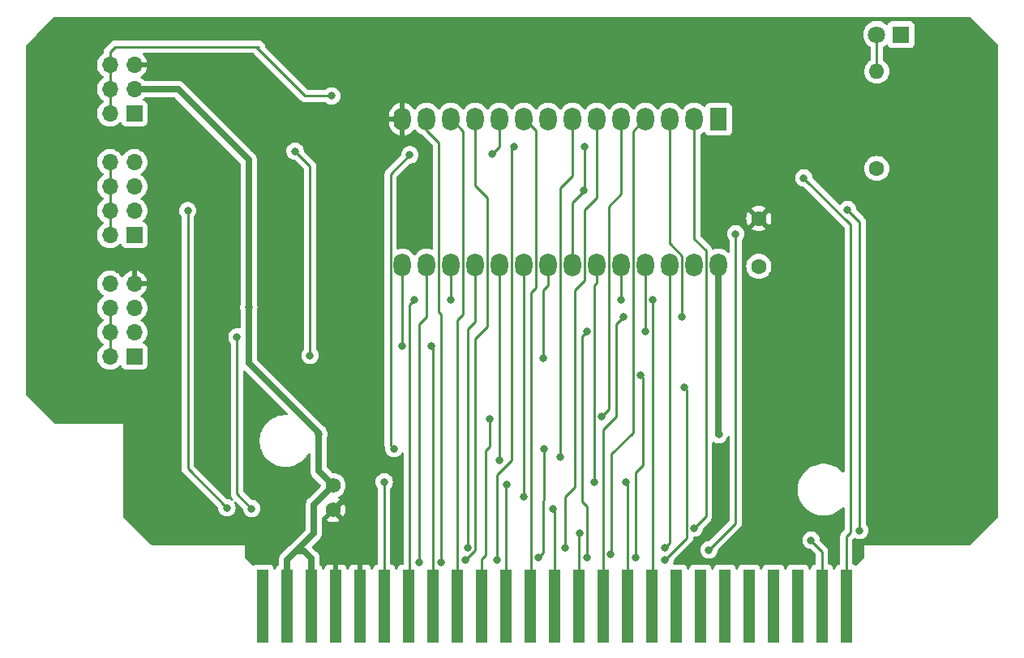
<source format=gbl>
%TF.GenerationSoftware,KiCad,Pcbnew,8.0.2-1.fc38*%
%TF.CreationDate,2024-06-21T20:30:20+02:00*%
%TF.ProjectId,msx_eprom_cartridge_3.1,6d73785f-6570-4726-9f6d-5f6361727472,rev?*%
%TF.SameCoordinates,Original*%
%TF.FileFunction,Copper,L2,Bot*%
%TF.FilePolarity,Positive*%
%FSLAX46Y46*%
G04 Gerber Fmt 4.6, Leading zero omitted, Abs format (unit mm)*
G04 Created by KiCad (PCBNEW 8.0.2-1.fc38) date 2024-06-21 20:30:20*
%MOMM*%
%LPD*%
G01*
G04 APERTURE LIST*
%TA.AperFunction,SMDPad,CuDef*%
%ADD10R,1.270000X7.620000*%
%TD*%
%TA.AperFunction,ComponentPad*%
%ADD11R,1.700000X1.700000*%
%TD*%
%TA.AperFunction,ComponentPad*%
%ADD12O,1.700000X1.700000*%
%TD*%
%TA.AperFunction,ComponentPad*%
%ADD13C,1.600000*%
%TD*%
%TA.AperFunction,ComponentPad*%
%ADD14C,1.574800*%
%TD*%
%TA.AperFunction,ComponentPad*%
%ADD15R,1.800000X1.800000*%
%TD*%
%TA.AperFunction,ComponentPad*%
%ADD16C,1.800000*%
%TD*%
%TA.AperFunction,ComponentPad*%
%ADD17O,1.600000X1.600000*%
%TD*%
%TA.AperFunction,ComponentPad*%
%ADD18R,1.800000X2.400000*%
%TD*%
%TA.AperFunction,ComponentPad*%
%ADD19O,1.800000X2.400000*%
%TD*%
%TA.AperFunction,ViaPad*%
%ADD20C,0.800000*%
%TD*%
%TA.AperFunction,Conductor*%
%ADD21C,0.700000*%
%TD*%
%TA.AperFunction,Conductor*%
%ADD22C,0.250000*%
%TD*%
G04 APERTURE END LIST*
D10*
%TO.P,CN1,01,~{CS1}*%
%TO.N,/~{CS1}*%
X187325000Y-123190000D03*
%TO.P,CN1,03,~{CS12}*%
%TO.N,/~{CS12}*%
X184785000Y-123190000D03*
%TO.P,CN1,05,NC1*%
%TO.N,unconnected-(CN1-NC1-Pad05)*%
X182245000Y-123190000D03*
%TO.P,CN1,07,~{WAIT}*%
%TO.N,unconnected-(CN1-~{WAIT}-Pad07)*%
X179705000Y-123190000D03*
%TO.P,CN1,09,~{M1}*%
%TO.N,unconnected-(CN1-~{M1}-Pad09)*%
X177165000Y-123190000D03*
%TO.P,CN1,11,~{IORQ}*%
%TO.N,unconnected-(CN1-~{IORQ}-Pad11)*%
X174625000Y-123190000D03*
%TO.P,CN1,13,~{WR}*%
%TO.N,unconnected-(CN1-~{WR}-Pad13)*%
X172085000Y-123190000D03*
%TO.P,CN1,15,~{RESET}*%
%TO.N,unconnected-(CN1-~{RESET}-Pad15)*%
X169545000Y-123190000D03*
%TO.P,CN1,17,A9*%
%TO.N,/A9*%
X167005000Y-123190000D03*
%TO.P,CN1,19,A11*%
%TO.N,/A11*%
X164465000Y-123190000D03*
%TO.P,CN1,21,A7*%
%TO.N,/A7*%
X161925000Y-123190000D03*
%TO.P,CN1,23,A12*%
%TO.N,/A12*%
X159385000Y-123190000D03*
%TO.P,CN1,25,A14*%
%TO.N,/A14*%
X156845000Y-123190000D03*
%TO.P,CN1,27,A1*%
%TO.N,/A1*%
X154305000Y-123190000D03*
%TO.P,CN1,29,A3*%
%TO.N,/A3*%
X151765000Y-123190000D03*
%TO.P,CN1,31,A5*%
%TO.N,/A5*%
X149225000Y-123190000D03*
%TO.P,CN1,33,D1*%
%TO.N,/D1*%
X146685000Y-123190000D03*
%TO.P,CN1,35,D3*%
%TO.N,/D3*%
X144145000Y-123190000D03*
%TO.P,CN1,37,D5*%
%TO.N,/D5*%
X141605000Y-123190000D03*
%TO.P,CN1,39,D7*%
%TO.N,/D7*%
X139065000Y-123190000D03*
%TO.P,CN1,41,GND1*%
%TO.N,GND*%
X136525000Y-123190000D03*
%TO.P,CN1,43,GND2*%
X133985000Y-123190000D03*
%TO.P,CN1,45,+5V1*%
%TO.N,+5V*%
X131445000Y-123190000D03*
%TO.P,CN1,47,+5V2*%
X128905000Y-123190000D03*
%TO.P,CN1,49,SNDIN*%
%TO.N,unconnected-(CN1-SNDIN-Pad49)*%
X126365000Y-123190000D03*
%TD*%
D11*
%TO.P,JP3,1,Pin_1*%
%TO.N,/A15*%
X112965000Y-97145000D03*
D12*
%TO.P,JP3,2,Pin_2*%
%TO.N,/P27*%
X110425000Y-97145000D03*
%TO.P,JP3,3,Pin_3*%
%TO.N,/A14*%
X112965000Y-94605000D03*
%TO.P,JP3,4,Pin_4*%
%TO.N,/P27*%
X110425000Y-94605000D03*
%TO.P,JP3,5,Pin_5*%
%TO.N,+5V*%
X112965000Y-92065000D03*
%TO.P,JP3,6,Pin_6*%
%TO.N,/P27*%
X110425000Y-92065000D03*
%TO.P,JP3,7,Pin_7*%
%TO.N,GND*%
X112965000Y-89525000D03*
%TO.P,JP3,8,Pin_8*%
%TO.N,/P27*%
X110425000Y-89525000D03*
%TD*%
D13*
%TO.P,C2,1*%
%TO.N,+5V*%
X178181000Y-87720000D03*
%TO.P,C2,2*%
%TO.N,GND*%
X178181000Y-82720000D03*
%TD*%
D14*
%TO.P,C1,1*%
%TO.N,+5V*%
X133730000Y-110610000D03*
%TO.P,C1,2*%
%TO.N,GND*%
X133730000Y-113150000D03*
%TD*%
D15*
%TO.P,D1,1,K*%
%TO.N,/~{OE}*%
X193040000Y-63500000D03*
D16*
%TO.P,D1,2,A*%
%TO.N,Net-(D1-A)*%
X190500000Y-63500000D03*
%TD*%
D13*
%TO.P,R1,1*%
%TO.N,+5V*%
X190500000Y-77490000D03*
D17*
%TO.P,R1,2*%
%TO.N,Net-(D1-A)*%
X190500000Y-67330000D03*
%TD*%
D18*
%TO.P,U1,1,A15*%
%TO.N,/P1*%
X173980000Y-72350000D03*
D19*
%TO.P,U1,2,A12*%
%TO.N,/A12*%
X171440000Y-72350000D03*
%TO.P,U1,3,A7*%
%TO.N,/A7*%
X168900000Y-72350000D03*
%TO.P,U1,4,A6*%
%TO.N,/A6*%
X166360000Y-72350000D03*
%TO.P,U1,5,A5*%
%TO.N,/A5*%
X163820000Y-72350000D03*
%TO.P,U1,6,A4*%
%TO.N,/A4*%
X161280000Y-72350000D03*
%TO.P,U1,7,A3*%
%TO.N,/A3*%
X158740000Y-72350000D03*
%TO.P,U1,8,A2*%
%TO.N,/A2*%
X156200000Y-72350000D03*
%TO.P,U1,9,A1*%
%TO.N,/A1*%
X153660000Y-72350000D03*
%TO.P,U1,10,A0*%
%TO.N,/A0*%
X151120000Y-72350000D03*
%TO.P,U1,11,D0*%
%TO.N,/D0*%
X148580000Y-72350000D03*
%TO.P,U1,12,D1*%
%TO.N,/D1*%
X146040000Y-72350000D03*
%TO.P,U1,13,D2*%
%TO.N,/D2*%
X143500000Y-72350000D03*
%TO.P,U1,14,GND*%
%TO.N,GND*%
X140960000Y-72350000D03*
%TO.P,U1,15,D3*%
%TO.N,/D3*%
X140960000Y-87590000D03*
%TO.P,U1,16,D4*%
%TO.N,/D4*%
X143500000Y-87590000D03*
%TO.P,U1,17,D5*%
%TO.N,/D5*%
X146040000Y-87590000D03*
%TO.P,U1,18,D6*%
%TO.N,/D6*%
X148580000Y-87590000D03*
%TO.P,U1,19,D7*%
%TO.N,/D7*%
X151120000Y-87590000D03*
%TO.P,U1,20,~{CE}*%
%TO.N,/~{SLTSL}*%
X153660000Y-87590000D03*
%TO.P,U1,21,A10*%
%TO.N,/A10*%
X156200000Y-87590000D03*
%TO.P,U1,22,~{OE}*%
%TO.N,/~{OE}*%
X158740000Y-87590000D03*
%TO.P,U1,23,A11*%
%TO.N,/A11*%
X161280000Y-87590000D03*
%TO.P,U1,24,A9*%
%TO.N,/A9*%
X163820000Y-87590000D03*
%TO.P,U1,25,A8*%
%TO.N,/A8*%
X166360000Y-87590000D03*
%TO.P,U1,26,A13*%
%TO.N,/A13*%
X168900000Y-87590000D03*
%TO.P,U1,27,A14*%
%TO.N,/P27*%
X171440000Y-87590000D03*
%TO.P,U1,28,VCC*%
%TO.N,+5V*%
X173980000Y-87590000D03*
%TD*%
D11*
%TO.P,JP1,1,Pin_1*%
%TO.N,/A15*%
X112965000Y-71745000D03*
D12*
%TO.P,JP1,2,Pin_2*%
%TO.N,/P1*%
X110425000Y-71745000D03*
%TO.P,JP1,3,Pin_3*%
%TO.N,+5V*%
X112965000Y-69205000D03*
%TO.P,JP1,4,Pin_4*%
%TO.N,/P1*%
X110425000Y-69205000D03*
%TO.P,JP1,5,Pin_5*%
%TO.N,GND*%
X112965000Y-66665000D03*
%TO.P,JP1,6,Pin_6*%
%TO.N,/P1*%
X110425000Y-66665000D03*
%TD*%
D11*
%TO.P,JP2,1,Pin_1*%
%TO.N,/~{RD}*%
X112965000Y-84445000D03*
D12*
%TO.P,JP2,2,Pin_2*%
%TO.N,/~{OE}*%
X110425000Y-84445000D03*
%TO.P,JP2,3,Pin_3*%
%TO.N,/~{CS12}*%
X112965000Y-81905000D03*
%TO.P,JP2,4,Pin_4*%
%TO.N,/~{OE}*%
X110425000Y-81905000D03*
%TO.P,JP2,5,Pin_5*%
%TO.N,/~{CS2}*%
X112965000Y-79365000D03*
%TO.P,JP2,6,Pin_6*%
%TO.N,/~{OE}*%
X110425000Y-79365000D03*
%TO.P,JP2,7,Pin_7*%
%TO.N,/~{CS1}*%
X112965000Y-76825000D03*
%TO.P,JP2,8,Pin_8*%
%TO.N,/~{OE}*%
X110425000Y-76825000D03*
%TD*%
D20*
%TO.N,+5V*%
X132210000Y-105260000D03*
X174000000Y-105300000D03*
X124910000Y-91990000D03*
%TO.N,GND*%
X138684000Y-89662000D03*
X129768600Y-72263000D03*
X138684000Y-82804000D03*
%TO.N,/~{OE}*%
X159893000Y-79756000D03*
X159970000Y-75230000D03*
%TO.N,/A15*%
X131318000Y-97028000D03*
X129750000Y-75680000D03*
X168402000Y-118364000D03*
X170434000Y-100330000D03*
%TO.N,/P1*%
X133570000Y-69910000D03*
%TO.N,/~{CS2}*%
X188722000Y-115316000D03*
X187452000Y-81788000D03*
%TO.N,/~{CS12}*%
X122640000Y-112950000D03*
X183642000Y-116332000D03*
X118550000Y-81905000D03*
%TO.N,/~{RD}*%
X172974000Y-117348000D03*
X175768000Y-84328000D03*
%TO.N,/~{CS1}*%
X182880000Y-78486000D03*
%TO.N,/A14*%
X123690000Y-95090000D03*
X125222000Y-113030000D03*
X156718000Y-113030000D03*
%TO.N,/D3*%
X140970000Y-96012000D03*
X144018000Y-96012000D03*
%TO.N,/D4*%
X142748000Y-118618000D03*
%TO.N,/A5*%
X161798000Y-103378000D03*
X150114000Y-103632000D03*
%TO.N,/A11*%
X161036000Y-110236000D03*
X164323011Y-110236963D03*
%TO.N,/A6*%
X162733667Y-117818500D03*
%TO.N,/A7*%
X170180000Y-92964000D03*
X164084000Y-92964000D03*
%TO.N,/~{SLTSL}*%
X153670000Y-111760000D03*
%TO.N,/D2*%
X145034000Y-118618000D03*
%TO.N,/A10*%
X155702000Y-97282000D03*
X165354000Y-118110000D03*
X165862000Y-99060000D03*
%TO.N,/D7*%
X139065000Y-110236000D03*
X151130000Y-107950000D03*
%TO.N,/D0*%
X147574000Y-118364000D03*
%TO.N,/A2*%
X150876000Y-118364000D03*
X152654000Y-75184000D03*
%TO.N,/A3*%
X157480000Y-107670600D03*
X151892000Y-110490000D03*
%TO.N,/D6*%
X147823701Y-117089701D03*
%TO.N,/A4*%
X157988000Y-117094000D03*
%TO.N,/A0*%
X150368000Y-75946000D03*
X155194000Y-118110000D03*
X141732000Y-76073000D03*
X155727400Y-106807000D03*
X140081000Y-106756200D03*
%TO.N,/A8*%
X166370000Y-94488000D03*
X160274000Y-118110000D03*
X160274000Y-94488000D03*
%TO.N,/A9*%
X163830000Y-91186000D03*
X167132000Y-91186000D03*
%TO.N,/A13*%
X168402000Y-117094000D03*
%TO.N,/A12*%
X171450000Y-115062000D03*
X159512000Y-115570000D03*
%TO.N,/D5*%
X146043000Y-91186000D03*
X142240000Y-91186000D03*
%TD*%
D21*
%TO.N,+5V*%
X124910000Y-97790000D02*
X132210000Y-105090000D01*
X124910000Y-91990000D02*
X124910000Y-97790000D01*
X133730000Y-110610000D02*
X132210000Y-109090000D01*
X117535000Y-69205000D02*
X112965000Y-69205000D01*
X131731000Y-115559000D02*
X131731000Y-112609000D01*
X128905000Y-118385000D02*
X128905000Y-123190000D01*
X132210000Y-105090000D02*
X132210000Y-105260000D01*
X131731000Y-112609000D02*
X133730000Y-110610000D01*
X131445000Y-118205000D02*
X130710000Y-117470000D01*
X124910000Y-91990000D02*
X124910000Y-76580000D01*
X124910000Y-76580000D02*
X117535000Y-69205000D01*
X130710000Y-117470000D02*
X129820000Y-117470000D01*
X174000000Y-105300000D02*
X173980000Y-105280000D01*
X173980000Y-105280000D02*
X173980000Y-87590000D01*
X131731000Y-115559000D02*
X129820000Y-117470000D01*
X129820000Y-117470000D02*
X128905000Y-118385000D01*
X131445000Y-123190000D02*
X131445000Y-118205000D01*
X132210000Y-109090000D02*
X132210000Y-105260000D01*
D22*
%TO.N,GND*%
X138684000Y-72290000D02*
X138684000Y-82804000D01*
X135560000Y-111328000D02*
X133731000Y-113157000D01*
X140963000Y-72290000D02*
X138684000Y-72290000D01*
X136525000Y-115951000D02*
X133731000Y-113157000D01*
X134862000Y-114288000D02*
X133985000Y-115165000D01*
X138684000Y-82804000D02*
X138684000Y-89662000D01*
X135560000Y-106947902D02*
X135560000Y-111328000D01*
D21*
X140936000Y-72263000D02*
X140963000Y-72290000D01*
D22*
X138684000Y-103823902D02*
X135560000Y-106947902D01*
X133985000Y-115165000D02*
X133985000Y-123190000D01*
X138684000Y-89662000D02*
X138684000Y-103823902D01*
X136525000Y-123190000D02*
X136525000Y-115951000D01*
X129768600Y-72263000D02*
X140936000Y-72263000D01*
X133731000Y-113157000D02*
X134862000Y-114288000D01*
%TO.N,Net-(D1-A)*%
X190500000Y-63440000D02*
X190435000Y-63375000D01*
X190500000Y-67330000D02*
X190500000Y-63500000D01*
X190500000Y-63500000D02*
X190500000Y-63440000D01*
%TO.N,/~{OE}*%
X158750000Y-81026000D02*
X159967511Y-79808489D01*
X158750000Y-82149255D02*
X158750000Y-88030744D01*
X158750000Y-82296000D02*
X158750000Y-81026000D01*
X159967511Y-79808489D02*
X159967511Y-75232489D01*
X159967511Y-75232489D02*
X159970000Y-75230000D01*
X110425000Y-76825000D02*
X110425000Y-84445000D01*
%TO.N,/A15*%
X131318000Y-97028000D02*
X131318000Y-77248000D01*
X170688000Y-100584000D02*
X170688000Y-116078000D01*
X170688000Y-116078000D02*
X168402000Y-118364000D01*
X170434000Y-100330000D02*
X170688000Y-100584000D01*
X131318000Y-77248000D02*
X129750000Y-75680000D01*
%TO.N,/P1*%
X110425000Y-65490489D02*
X110425000Y-65278000D01*
X110425000Y-65828744D02*
X110425000Y-65489255D01*
X110425000Y-69205000D02*
X110425000Y-71745000D01*
X110933000Y-64770000D02*
X125975500Y-64770000D01*
X130793800Y-69910000D02*
X133570000Y-69910000D01*
X110425000Y-66665000D02*
X110425000Y-69205000D01*
X110425000Y-65278000D02*
X110933000Y-64770000D01*
X125653800Y-64770000D02*
X130793800Y-69910000D01*
%TO.N,/~{CS2}*%
X188722000Y-83058000D02*
X187452000Y-81788000D01*
X188722000Y-115316000D02*
X188722000Y-83058000D01*
%TO.N,/~{CS12}*%
X183642000Y-116332000D02*
X184785000Y-117549414D01*
X184785000Y-117549414D02*
X184785000Y-123190000D01*
X118550000Y-108860000D02*
X118550000Y-81905000D01*
X122640000Y-112950000D02*
X118550000Y-108860000D01*
%TO.N,/~{RD}*%
X175768000Y-84328000D02*
X175768000Y-114554000D01*
X175768000Y-114554000D02*
X172974000Y-117348000D01*
%TO.N,/~{CS1}*%
X187769521Y-115506479D02*
X187325000Y-115951000D01*
X187325000Y-115951000D02*
X187325000Y-123190000D01*
X182880000Y-78486000D02*
X187769521Y-83375521D01*
X187769521Y-83375521D02*
X187769521Y-115506479D01*
%TO.N,/P27*%
X110425000Y-97145000D02*
X110425000Y-92065000D01*
%TO.N,/A14*%
X156718000Y-113030000D02*
X156845000Y-113157000D01*
X123680000Y-111488000D02*
X123680000Y-95100000D01*
X125222000Y-113030000D02*
X123680000Y-111488000D01*
X123680000Y-95100000D02*
X123690000Y-95090000D01*
X156845000Y-113157000D02*
X156845000Y-123190000D01*
%TO.N,/D3*%
X144145000Y-96139000D02*
X144018000Y-96012000D01*
X140970000Y-96012000D02*
X140963000Y-95751000D01*
X144145000Y-98425000D02*
X144145000Y-96139000D01*
X140963000Y-95751000D02*
X140963000Y-88139000D01*
X144145000Y-123190000D02*
X144145000Y-98425000D01*
%TO.N,/D4*%
X142748000Y-118618000D02*
X142748000Y-93726000D01*
X143503000Y-92971000D02*
X143503000Y-88139000D01*
X142748000Y-93726000D02*
X143503000Y-92971000D01*
%TO.N,/A5*%
X149225000Y-123190000D02*
X149225000Y-118287800D01*
X162507511Y-81459489D02*
X163823000Y-80144000D01*
X161798000Y-103378000D02*
X162507511Y-102668489D01*
X163823000Y-80144000D02*
X163823000Y-72290000D01*
X150114000Y-106502200D02*
X149631400Y-106984800D01*
X150114000Y-103632000D02*
X150114000Y-106502200D01*
X149631400Y-106984800D02*
X149631400Y-117881400D01*
X162507511Y-102668489D02*
X162507511Y-81459489D01*
X149631400Y-117881400D02*
X149225000Y-118287800D01*
%TO.N,/A11*%
X164465000Y-123190000D02*
X164465000Y-110378952D01*
X164465000Y-110378952D02*
X164323011Y-110236963D01*
X161283000Y-89411792D02*
X161283000Y-88139000D01*
X161036000Y-110236000D02*
X161036000Y-89658792D01*
X161036000Y-89658792D02*
X161283000Y-89411792D01*
%TO.N,/D1*%
X147320000Y-92710000D02*
X147320000Y-73567000D01*
X146685000Y-93345000D02*
X147320000Y-92710000D01*
X147320000Y-73567000D02*
X146043000Y-72290000D01*
X146685000Y-123190000D02*
X146685000Y-93345000D01*
%TO.N,/A6*%
X162733667Y-117818500D02*
X162733667Y-117682333D01*
X165047511Y-105081489D02*
X165047511Y-73605489D01*
X162814000Y-107315000D02*
X165047511Y-105081489D01*
X165047511Y-73605489D02*
X166363000Y-72290000D01*
X162733667Y-117682333D02*
X162814000Y-117602000D01*
X162814000Y-117602000D02*
X162814000Y-107315000D01*
%TO.N,/A7*%
X170180000Y-86614000D02*
X168917000Y-85351000D01*
X168903000Y-85351000D02*
X168903000Y-72290000D01*
X163322000Y-103378000D02*
X161925000Y-104775000D01*
X164084000Y-92964000D02*
X163322000Y-93726000D01*
X168917000Y-85351000D02*
X168903000Y-85351000D01*
X163322000Y-93726000D02*
X163322000Y-103378000D01*
X161925000Y-104775000D02*
X161925000Y-123190000D01*
X170180000Y-92964000D02*
X170180000Y-86614000D01*
%TO.N,/~{SLTSL}*%
X153663000Y-111753000D02*
X153663000Y-88139000D01*
X153670000Y-111760000D02*
X153663000Y-111753000D01*
%TO.N,/D2*%
X143503000Y-73526000D02*
X143503000Y-72290000D01*
X145034000Y-92710000D02*
X144780000Y-92456000D01*
X144780000Y-92456000D02*
X144780000Y-74803000D01*
X144780000Y-74803000D02*
X143503000Y-73526000D01*
X145034000Y-118618000D02*
X145034000Y-92710000D01*
%TO.N,/A10*%
X166116000Y-99314000D02*
X165862000Y-99060000D01*
X155702000Y-90170000D02*
X156203000Y-89669000D01*
X166116000Y-108458000D02*
X166116000Y-99314000D01*
X156203000Y-89669000D02*
X156203000Y-88139000D01*
X165354000Y-118110000D02*
X165354000Y-109220000D01*
X155702000Y-97282000D02*
X155702000Y-90170000D01*
X165354000Y-109220000D02*
X166116000Y-108458000D01*
%TO.N,/D7*%
X151123000Y-107943000D02*
X151123000Y-88139000D01*
X151130000Y-107950000D02*
X151123000Y-107943000D01*
X139065000Y-123571000D02*
X139065000Y-110236000D01*
%TO.N,/D0*%
X147574000Y-118364000D02*
X148590000Y-117348000D01*
X149860000Y-80518000D02*
X148583000Y-79241000D01*
X149860000Y-93980000D02*
X149860000Y-80518000D01*
X148590000Y-117348000D02*
X148590000Y-95250000D01*
X148590000Y-95250000D02*
X149860000Y-93980000D01*
X148583000Y-79241000D02*
X148583000Y-72290000D01*
%TO.N,/A2*%
X150876000Y-109474000D02*
X150876000Y-118364000D01*
X152654000Y-75184000D02*
X152400000Y-75438000D01*
X152400000Y-75438000D02*
X152400000Y-107950000D01*
X152400000Y-107950000D02*
X150876000Y-109474000D01*
%TO.N,/A3*%
X157480000Y-79502000D02*
X158743000Y-78239000D01*
X151765000Y-110617000D02*
X151892000Y-110490000D01*
X158743000Y-78239000D02*
X158743000Y-72290000D01*
X157480000Y-107670600D02*
X157480000Y-79502000D01*
X151765000Y-123190000D02*
X151765000Y-110617000D01*
%TO.N,/D6*%
X148583000Y-88139000D02*
X148583000Y-93479000D01*
X147823701Y-94238299D02*
X147823701Y-117089701D01*
X148583000Y-93479000D02*
X147823701Y-94238299D01*
%TO.N,/A4*%
X159004000Y-110744000D02*
X159004000Y-90170000D01*
X157988000Y-117094000D02*
X157988000Y-111760000D01*
X160020000Y-89154000D02*
X160020000Y-81788000D01*
X157988000Y-111760000D02*
X159004000Y-110744000D01*
X160020000Y-81788000D02*
X161283000Y-80525000D01*
X161283000Y-80525000D02*
X161283000Y-72290000D01*
X159004000Y-90170000D02*
X160020000Y-89154000D01*
%TO.N,/A1*%
X154887511Y-89968489D02*
X154887511Y-73514511D01*
X154305000Y-123190000D02*
X154432000Y-123063000D01*
X154887511Y-73514511D02*
X153663000Y-72290000D01*
X154432000Y-123063000D02*
X154432000Y-90424000D01*
X154432000Y-90424000D02*
X154887511Y-89968489D01*
%TO.N,/A0*%
X139738489Y-78066511D02*
X141732000Y-76073000D01*
X151123000Y-72290000D02*
X151123000Y-75191000D01*
X139738489Y-106388289D02*
X139738489Y-78066511D01*
X151123000Y-75191000D02*
X150368000Y-75946000D01*
X140081000Y-106756200D02*
X139738489Y-106388289D01*
X155727400Y-106807000D02*
X155702000Y-117602000D01*
X155702000Y-117602000D02*
X155194000Y-118110000D01*
%TO.N,/A8*%
X160274000Y-112776000D02*
X159766000Y-112268000D01*
X166363000Y-94495000D02*
X166363000Y-88139000D01*
X159766000Y-94996000D02*
X160274000Y-94488000D01*
X159766000Y-112268000D02*
X159766000Y-94996000D01*
X160274000Y-118110000D02*
X160274000Y-112776000D01*
X166370000Y-94488000D02*
X166363000Y-94495000D01*
%TO.N,/A9*%
X167132000Y-123063000D02*
X167005000Y-123190000D01*
X167132000Y-91186000D02*
X167132000Y-123063000D01*
X163830000Y-91186000D02*
X163823000Y-91179000D01*
X163823000Y-91179000D02*
X163823000Y-88139000D01*
%TO.N,/A13*%
X168903000Y-88139000D02*
X168903000Y-116593000D01*
X168903000Y-116593000D02*
X168402000Y-117094000D01*
%TO.N,/A12*%
X172667511Y-113844489D02*
X172667511Y-86053511D01*
X171450000Y-115062000D02*
X172667511Y-113844489D01*
X159385000Y-115697000D02*
X159512000Y-115570000D01*
X171443000Y-84829000D02*
X171443000Y-72289000D01*
X159385000Y-123190000D02*
X159385000Y-115697000D01*
X172667511Y-86053511D02*
X171443000Y-84829000D01*
%TO.N,/D5*%
X146043000Y-91186000D02*
X146043000Y-88139000D01*
X141732000Y-91694000D02*
X142240000Y-91186000D01*
X141732000Y-123063000D02*
X141732000Y-91694000D01*
X141605000Y-123190000D02*
X141732000Y-123063000D01*
%TD*%
%TA.AperFunction,Conductor*%
%TO.N,GND*%
G36*
X200226431Y-61685502D02*
G01*
X200247405Y-61702405D01*
X203152595Y-64607595D01*
X203186621Y-64669907D01*
X203189500Y-64696690D01*
X203189500Y-113798310D01*
X203169498Y-113866431D01*
X203152595Y-113887405D01*
X200247405Y-116792595D01*
X200185093Y-116826621D01*
X200158310Y-116829500D01*
X189225649Y-116829500D01*
X189219500Y-116835649D01*
X189219500Y-118068310D01*
X189199498Y-118136431D01*
X189182599Y-118157400D01*
X188786073Y-118553927D01*
X188400462Y-118939538D01*
X188338150Y-118973563D01*
X188267334Y-118968498D01*
X188235859Y-118951310D01*
X188206204Y-118929111D01*
X188206202Y-118929110D01*
X188069204Y-118878011D01*
X188061526Y-118876197D01*
X188061940Y-118874442D01*
X188005436Y-118851035D01*
X187964947Y-118792716D01*
X187958500Y-118752929D01*
X187958500Y-116265594D01*
X187978502Y-116197473D01*
X187995399Y-116176504D01*
X188073049Y-116098854D01*
X188135357Y-116064832D01*
X188206173Y-116069896D01*
X188236201Y-116086015D01*
X188265244Y-116107116D01*
X188265247Y-116107117D01*
X188265248Y-116107118D01*
X188439712Y-116184794D01*
X188626513Y-116224500D01*
X188817487Y-116224500D01*
X189004288Y-116184794D01*
X189178752Y-116107118D01*
X189333253Y-115994866D01*
X189355192Y-115970500D01*
X189461034Y-115852951D01*
X189461035Y-115852949D01*
X189461040Y-115852944D01*
X189556527Y-115687556D01*
X189615542Y-115505928D01*
X189635504Y-115316000D01*
X189615542Y-115126072D01*
X189556527Y-114944444D01*
X189461040Y-114779056D01*
X189387863Y-114697784D01*
X189357146Y-114633776D01*
X189355500Y-114613474D01*
X189355500Y-82995607D01*
X189355499Y-82995603D01*
X189331155Y-82873215D01*
X189283400Y-82757925D01*
X189214071Y-82654167D01*
X189125833Y-82565929D01*
X188399122Y-81839218D01*
X188365096Y-81776906D01*
X188362907Y-81763293D01*
X188356881Y-81705962D01*
X188345542Y-81598072D01*
X188286527Y-81416444D01*
X188191040Y-81251056D01*
X188191038Y-81251054D01*
X188191034Y-81251048D01*
X188063255Y-81109135D01*
X187908752Y-80996882D01*
X187734288Y-80919206D01*
X187547487Y-80879500D01*
X187356513Y-80879500D01*
X187169711Y-80919206D01*
X186995247Y-80996882D01*
X186840744Y-81109135D01*
X186720311Y-81242891D01*
X186659865Y-81280131D01*
X186588882Y-81278779D01*
X186537580Y-81247676D01*
X183827122Y-78537218D01*
X183793096Y-78474906D01*
X183790907Y-78461293D01*
X183775319Y-78312984D01*
X183773542Y-78296072D01*
X183714527Y-78114444D01*
X183619040Y-77949056D01*
X183619038Y-77949054D01*
X183619034Y-77949048D01*
X183491255Y-77807135D01*
X183336752Y-77694882D01*
X183162288Y-77617206D01*
X182975487Y-77577500D01*
X182784513Y-77577500D01*
X182597711Y-77617206D01*
X182423247Y-77694882D01*
X182268744Y-77807135D01*
X182140965Y-77949048D01*
X182140958Y-77949058D01*
X182045476Y-78114438D01*
X182045473Y-78114445D01*
X181986457Y-78296072D01*
X181966496Y-78486000D01*
X181986457Y-78675927D01*
X182004036Y-78730028D01*
X182045473Y-78857556D01*
X182045476Y-78857561D01*
X182140958Y-79022941D01*
X182140965Y-79022951D01*
X182268744Y-79164864D01*
X182268747Y-79164866D01*
X182423248Y-79277118D01*
X182597712Y-79354794D01*
X182784513Y-79394500D01*
X182840406Y-79394500D01*
X182908527Y-79414502D01*
X182929501Y-79431405D01*
X187099116Y-83601020D01*
X187133142Y-83663332D01*
X187136021Y-83690115D01*
X187136021Y-109122747D01*
X187116019Y-109190868D01*
X187062363Y-109237361D01*
X186992089Y-109247465D01*
X186927509Y-109217971D01*
X186920926Y-109211842D01*
X186747307Y-109038223D01*
X186510164Y-108849108D01*
X186253345Y-108687737D01*
X186253336Y-108687732D01*
X185980074Y-108556136D01*
X185980069Y-108556134D01*
X185980065Y-108556132D01*
X185980059Y-108556129D01*
X185980047Y-108556125D01*
X185693778Y-108455955D01*
X185398067Y-108388460D01*
X185096658Y-108354500D01*
X185096657Y-108354500D01*
X184793343Y-108354500D01*
X184793342Y-108354500D01*
X184491932Y-108388460D01*
X184196221Y-108455955D01*
X183909952Y-108556125D01*
X183909925Y-108556136D01*
X183636663Y-108687732D01*
X183636654Y-108687737D01*
X183379835Y-108849108D01*
X183142692Y-109038223D01*
X182928223Y-109252692D01*
X182739108Y-109489835D01*
X182577737Y-109746654D01*
X182577732Y-109746663D01*
X182446136Y-110019925D01*
X182446125Y-110019952D01*
X182345955Y-110306221D01*
X182278460Y-110601932D01*
X182244500Y-110903342D01*
X182244500Y-111206657D01*
X182278460Y-111508067D01*
X182345955Y-111803778D01*
X182446125Y-112090047D01*
X182446136Y-112090074D01*
X182577732Y-112363336D01*
X182577737Y-112363345D01*
X182739108Y-112620164D01*
X182928223Y-112857307D01*
X183142692Y-113071776D01*
X183142696Y-113071779D01*
X183379836Y-113260892D01*
X183636659Y-113422265D01*
X183909935Y-113553868D01*
X183909951Y-113553873D01*
X183909952Y-113553874D01*
X184196221Y-113654044D01*
X184196224Y-113654044D01*
X184196228Y-113654046D01*
X184415095Y-113704001D01*
X184491932Y-113721539D01*
X184491933Y-113721539D01*
X184491937Y-113721540D01*
X184731518Y-113748534D01*
X184793342Y-113755500D01*
X184793343Y-113755500D01*
X185096658Y-113755500D01*
X185147958Y-113749719D01*
X185398063Y-113721540D01*
X185693772Y-113654046D01*
X185980065Y-113553868D01*
X186253341Y-113422265D01*
X186510164Y-113260892D01*
X186747304Y-113071779D01*
X186831830Y-112987253D01*
X186920926Y-112898158D01*
X186983238Y-112864132D01*
X187054053Y-112869197D01*
X187110889Y-112911744D01*
X187135700Y-112978264D01*
X187136021Y-112987253D01*
X187136021Y-115191883D01*
X187116019Y-115260004D01*
X187099117Y-115280978D01*
X186921167Y-115458929D01*
X186832927Y-115547169D01*
X186832926Y-115547171D01*
X186763601Y-115650923D01*
X186717009Y-115763406D01*
X186715845Y-115766215D01*
X186710110Y-115795048D01*
X186691500Y-115888603D01*
X186691500Y-118752929D01*
X186671498Y-118821050D01*
X186617842Y-118867543D01*
X186588341Y-118875636D01*
X186588474Y-118876197D01*
X186580795Y-118878011D01*
X186443797Y-118929110D01*
X186443792Y-118929112D01*
X186326738Y-119016738D01*
X186239112Y-119133792D01*
X186239110Y-119133797D01*
X186188011Y-119270795D01*
X186186197Y-119278474D01*
X186184024Y-119277960D01*
X186161191Y-119333071D01*
X186102869Y-119373556D01*
X186063090Y-119380000D01*
X186046910Y-119380000D01*
X185978789Y-119359998D01*
X185932296Y-119306342D01*
X185924597Y-119278286D01*
X185923803Y-119278474D01*
X185921988Y-119270795D01*
X185870978Y-119134035D01*
X185870889Y-119133796D01*
X185870888Y-119133794D01*
X185870887Y-119133792D01*
X185783261Y-119016738D01*
X185666207Y-118929112D01*
X185666202Y-118929110D01*
X185529204Y-118878011D01*
X185521526Y-118876197D01*
X185521940Y-118874442D01*
X185465436Y-118851035D01*
X185424947Y-118792716D01*
X185418500Y-118752929D01*
X185418500Y-117561354D01*
X185418563Y-117557384D01*
X185419429Y-117529904D01*
X185420151Y-117507013D01*
X185420148Y-117506999D01*
X185420027Y-117505167D01*
X185418675Y-117488798D01*
X185418500Y-117487029D01*
X185418500Y-117487020D01*
X185408651Y-117437507D01*
X185407946Y-117433640D01*
X185399675Y-117383917D01*
X185399192Y-117382125D01*
X185394700Y-117366429D01*
X185394154Y-117364627D01*
X185387267Y-117348000D01*
X185374851Y-117318028D01*
X185373401Y-117314364D01*
X185366759Y-117296780D01*
X185355577Y-117267178D01*
X185355575Y-117267174D01*
X185354762Y-117265531D01*
X185347258Y-117250944D01*
X185346400Y-117249339D01*
X185318392Y-117207422D01*
X185316238Y-117204086D01*
X185312290Y-117197755D01*
X185289552Y-117161287D01*
X185289549Y-117161284D01*
X185288459Y-117159866D01*
X185278228Y-117146991D01*
X185277073Y-117145583D01*
X185277071Y-117145581D01*
X185241412Y-117109922D01*
X185238679Y-117107102D01*
X184589645Y-116415812D01*
X184557601Y-116352458D01*
X184556327Y-116338553D01*
X184556194Y-116338567D01*
X184552560Y-116303995D01*
X184535542Y-116142072D01*
X184476527Y-115960444D01*
X184381040Y-115795056D01*
X184381038Y-115795054D01*
X184381034Y-115795048D01*
X184253255Y-115653135D01*
X184098752Y-115540882D01*
X183924288Y-115463206D01*
X183737487Y-115423500D01*
X183546513Y-115423500D01*
X183359711Y-115463206D01*
X183185247Y-115540882D01*
X183030744Y-115653135D01*
X182902965Y-115795048D01*
X182902958Y-115795058D01*
X182807476Y-115960438D01*
X182807473Y-115960445D01*
X182748457Y-116142072D01*
X182728496Y-116332000D01*
X182748457Y-116521927D01*
X182773637Y-116599421D01*
X182807473Y-116703556D01*
X182807476Y-116703561D01*
X182902958Y-116868941D01*
X182902965Y-116868951D01*
X183030744Y-117010864D01*
X183030747Y-117010866D01*
X183185248Y-117123118D01*
X183359712Y-117200794D01*
X183546513Y-117240500D01*
X183571480Y-117240500D01*
X183639601Y-117260502D01*
X183663338Y-117280255D01*
X184075785Y-117719554D01*
X184117359Y-117763834D01*
X184149403Y-117827188D01*
X184151500Y-117850078D01*
X184151500Y-118752929D01*
X184131498Y-118821050D01*
X184077842Y-118867543D01*
X184048341Y-118875636D01*
X184048474Y-118876197D01*
X184040795Y-118878011D01*
X183903797Y-118929110D01*
X183903792Y-118929112D01*
X183786738Y-119016738D01*
X183699112Y-119133792D01*
X183699110Y-119133797D01*
X183648011Y-119270795D01*
X183646197Y-119278474D01*
X183644024Y-119277960D01*
X183621191Y-119333071D01*
X183562869Y-119373556D01*
X183523090Y-119380000D01*
X183506910Y-119380000D01*
X183438789Y-119359998D01*
X183392296Y-119306342D01*
X183384597Y-119278286D01*
X183383803Y-119278474D01*
X183381988Y-119270795D01*
X183330978Y-119134035D01*
X183330889Y-119133796D01*
X183330888Y-119133794D01*
X183330887Y-119133792D01*
X183243261Y-119016738D01*
X183126207Y-118929112D01*
X183126202Y-118929110D01*
X182989204Y-118878011D01*
X182989196Y-118878009D01*
X182928649Y-118871500D01*
X182928638Y-118871500D01*
X181561362Y-118871500D01*
X181561350Y-118871500D01*
X181500803Y-118878009D01*
X181500795Y-118878011D01*
X181363797Y-118929110D01*
X181363792Y-118929112D01*
X181246738Y-119016738D01*
X181159112Y-119133792D01*
X181159110Y-119133797D01*
X181108011Y-119270795D01*
X181106197Y-119278474D01*
X181104024Y-119277960D01*
X181081191Y-119333071D01*
X181022869Y-119373556D01*
X180983090Y-119380000D01*
X180966910Y-119380000D01*
X180898789Y-119359998D01*
X180852296Y-119306342D01*
X180844597Y-119278286D01*
X180843803Y-119278474D01*
X180841988Y-119270795D01*
X180790978Y-119134035D01*
X180790889Y-119133796D01*
X180790888Y-119133794D01*
X180790887Y-119133792D01*
X180703261Y-119016738D01*
X180586207Y-118929112D01*
X180586202Y-118929110D01*
X180449204Y-118878011D01*
X180449196Y-118878009D01*
X180388649Y-118871500D01*
X180388638Y-118871500D01*
X179021362Y-118871500D01*
X179021350Y-118871500D01*
X178960803Y-118878009D01*
X178960795Y-118878011D01*
X178823797Y-118929110D01*
X178823792Y-118929112D01*
X178706738Y-119016738D01*
X178619112Y-119133792D01*
X178619110Y-119133797D01*
X178568011Y-119270795D01*
X178566197Y-119278474D01*
X178564024Y-119277960D01*
X178541191Y-119333071D01*
X178482869Y-119373556D01*
X178443090Y-119380000D01*
X178426910Y-119380000D01*
X178358789Y-119359998D01*
X178312296Y-119306342D01*
X178304597Y-119278286D01*
X178303803Y-119278474D01*
X178301988Y-119270795D01*
X178250978Y-119134035D01*
X178250889Y-119133796D01*
X178250888Y-119133794D01*
X178250887Y-119133792D01*
X178163261Y-119016738D01*
X178046207Y-118929112D01*
X178046202Y-118929110D01*
X177909204Y-118878011D01*
X177909196Y-118878009D01*
X177848649Y-118871500D01*
X177848638Y-118871500D01*
X176481362Y-118871500D01*
X176481350Y-118871500D01*
X176420803Y-118878009D01*
X176420795Y-118878011D01*
X176283797Y-118929110D01*
X176283792Y-118929112D01*
X176166738Y-119016738D01*
X176079112Y-119133792D01*
X176079110Y-119133797D01*
X176028011Y-119270795D01*
X176026197Y-119278474D01*
X176024024Y-119277960D01*
X176001191Y-119333071D01*
X175942869Y-119373556D01*
X175903090Y-119380000D01*
X175886910Y-119380000D01*
X175818789Y-119359998D01*
X175772296Y-119306342D01*
X175764597Y-119278286D01*
X175763803Y-119278474D01*
X175761988Y-119270795D01*
X175710978Y-119134035D01*
X175710889Y-119133796D01*
X175710888Y-119133794D01*
X175710887Y-119133792D01*
X175623261Y-119016738D01*
X175506207Y-118929112D01*
X175506202Y-118929110D01*
X175369204Y-118878011D01*
X175369196Y-118878009D01*
X175308649Y-118871500D01*
X175308638Y-118871500D01*
X173941362Y-118871500D01*
X173941350Y-118871500D01*
X173880803Y-118878009D01*
X173880795Y-118878011D01*
X173743797Y-118929110D01*
X173743792Y-118929112D01*
X173626738Y-119016738D01*
X173539112Y-119133792D01*
X173539110Y-119133797D01*
X173488011Y-119270795D01*
X173486197Y-119278474D01*
X173484024Y-119277960D01*
X173461191Y-119333071D01*
X173402869Y-119373556D01*
X173363090Y-119380000D01*
X173346910Y-119380000D01*
X173278789Y-119359998D01*
X173232296Y-119306342D01*
X173224597Y-119278286D01*
X173223803Y-119278474D01*
X173221988Y-119270795D01*
X173170978Y-119134035D01*
X173170889Y-119133796D01*
X173170888Y-119133794D01*
X173170887Y-119133792D01*
X173083261Y-119016738D01*
X172966207Y-118929112D01*
X172966202Y-118929110D01*
X172829204Y-118878011D01*
X172829196Y-118878009D01*
X172768649Y-118871500D01*
X172768638Y-118871500D01*
X171401362Y-118871500D01*
X171401350Y-118871500D01*
X171340803Y-118878009D01*
X171340795Y-118878011D01*
X171203797Y-118929110D01*
X171203792Y-118929112D01*
X171086738Y-119016738D01*
X170999112Y-119133792D01*
X170999110Y-119133797D01*
X170948011Y-119270795D01*
X170946197Y-119278474D01*
X170944024Y-119277960D01*
X170921191Y-119333071D01*
X170862869Y-119373556D01*
X170823090Y-119380000D01*
X170806910Y-119380000D01*
X170738789Y-119359998D01*
X170692296Y-119306342D01*
X170684597Y-119278286D01*
X170683803Y-119278474D01*
X170681988Y-119270795D01*
X170630978Y-119134035D01*
X170630889Y-119133796D01*
X170630888Y-119133794D01*
X170630887Y-119133792D01*
X170543261Y-119016738D01*
X170426207Y-118929112D01*
X170426202Y-118929110D01*
X170289204Y-118878011D01*
X170289196Y-118878009D01*
X170228649Y-118871500D01*
X170228638Y-118871500D01*
X169365780Y-118871500D01*
X169297659Y-118851498D01*
X169251166Y-118797842D01*
X169241062Y-118727568D01*
X169245947Y-118706563D01*
X169246879Y-118703697D01*
X169295542Y-118553928D01*
X169312907Y-118388703D01*
X169339920Y-118323048D01*
X169349104Y-118312798D01*
X171180071Y-116481833D01*
X171249400Y-116378075D01*
X171297155Y-116262785D01*
X171321500Y-116140394D01*
X171321500Y-116096500D01*
X171341502Y-116028379D01*
X171395158Y-115981886D01*
X171447500Y-115970500D01*
X171545487Y-115970500D01*
X171732288Y-115930794D01*
X171906752Y-115853118D01*
X172061253Y-115740866D01*
X172109249Y-115687561D01*
X172189034Y-115598951D01*
X172189035Y-115598949D01*
X172189040Y-115598944D01*
X172284527Y-115433556D01*
X172343542Y-115251928D01*
X172360907Y-115086705D01*
X172387919Y-115021052D01*
X172397112Y-115010792D01*
X173159583Y-114248322D01*
X173228912Y-114144564D01*
X173276666Y-114029273D01*
X173301011Y-113906882D01*
X173301011Y-113782095D01*
X173301011Y-106162411D01*
X173321013Y-106094290D01*
X173374669Y-106047797D01*
X173444943Y-106037693D01*
X173501071Y-106060474D01*
X173543248Y-106091118D01*
X173717712Y-106168794D01*
X173904513Y-106208500D01*
X174095487Y-106208500D01*
X174282288Y-106168794D01*
X174456752Y-106091118D01*
X174611253Y-105978866D01*
X174611255Y-105978864D01*
X174739034Y-105836951D01*
X174739035Y-105836949D01*
X174739040Y-105836944D01*
X174834527Y-105671556D01*
X174888667Y-105504930D01*
X174928741Y-105446326D01*
X174994138Y-105418689D01*
X175064094Y-105430796D01*
X175116400Y-105478802D01*
X175134500Y-105543868D01*
X175134500Y-114239405D01*
X175114498Y-114307526D01*
X175097595Y-114328500D01*
X173023501Y-116402595D01*
X172961189Y-116436620D01*
X172934406Y-116439500D01*
X172878513Y-116439500D01*
X172691711Y-116479206D01*
X172517247Y-116556882D01*
X172362744Y-116669135D01*
X172234965Y-116811048D01*
X172234958Y-116811058D01*
X172139476Y-116976438D01*
X172139473Y-116976445D01*
X172080457Y-117158072D01*
X172060496Y-117348000D01*
X172080457Y-117537927D01*
X172096240Y-117586501D01*
X172139473Y-117719556D01*
X172139476Y-117719561D01*
X172234958Y-117884941D01*
X172234965Y-117884951D01*
X172362744Y-118026864D01*
X172411303Y-118062144D01*
X172517248Y-118139118D01*
X172691712Y-118216794D01*
X172878513Y-118256500D01*
X173069487Y-118256500D01*
X173256288Y-118216794D01*
X173430752Y-118139118D01*
X173585253Y-118026866D01*
X173601855Y-118008428D01*
X173713034Y-117884951D01*
X173713035Y-117884949D01*
X173713040Y-117884944D01*
X173808527Y-117719556D01*
X173867542Y-117537928D01*
X173884907Y-117372704D01*
X173911920Y-117307049D01*
X173921104Y-117296799D01*
X176260072Y-114957833D01*
X176329401Y-114854075D01*
X176377155Y-114738784D01*
X176386771Y-114690444D01*
X176401500Y-114616394D01*
X176401500Y-87720000D01*
X176867502Y-87720000D01*
X176887457Y-87948086D01*
X176946715Y-88169240D01*
X176946717Y-88169246D01*
X176997018Y-88277117D01*
X177043477Y-88376749D01*
X177174802Y-88564300D01*
X177336700Y-88726198D01*
X177524251Y-88857523D01*
X177731757Y-88954284D01*
X177952913Y-89013543D01*
X178181000Y-89033498D01*
X178409087Y-89013543D01*
X178630243Y-88954284D01*
X178837749Y-88857523D01*
X179025300Y-88726198D01*
X179187198Y-88564300D01*
X179318523Y-88376749D01*
X179415284Y-88169243D01*
X179474543Y-87948087D01*
X179494498Y-87720000D01*
X179474543Y-87491913D01*
X179415284Y-87270757D01*
X179318523Y-87063251D01*
X179187198Y-86875700D01*
X179025300Y-86713802D01*
X178837749Y-86582477D01*
X178630246Y-86485717D01*
X178630240Y-86485715D01*
X178536771Y-86460670D01*
X178409087Y-86426457D01*
X178181000Y-86406502D01*
X177952913Y-86426457D01*
X177731759Y-86485715D01*
X177731753Y-86485717D01*
X177524250Y-86582477D01*
X177336703Y-86713799D01*
X177336697Y-86713804D01*
X177174804Y-86875697D01*
X177174799Y-86875703D01*
X177043477Y-87063250D01*
X176946717Y-87270753D01*
X176946715Y-87270759D01*
X176887457Y-87491913D01*
X176867502Y-87720000D01*
X176401500Y-87720000D01*
X176401500Y-85030524D01*
X176421502Y-84962403D01*
X176433858Y-84946220D01*
X176507040Y-84864944D01*
X176602527Y-84699556D01*
X176661542Y-84517928D01*
X176681504Y-84328000D01*
X176661542Y-84138072D01*
X176602527Y-83956444D01*
X176507040Y-83791056D01*
X176507038Y-83791054D01*
X176507034Y-83791048D01*
X176379255Y-83649135D01*
X176224752Y-83536882D01*
X176050288Y-83459206D01*
X175863487Y-83419500D01*
X175672513Y-83419500D01*
X175485711Y-83459206D01*
X175311247Y-83536882D01*
X175156744Y-83649135D01*
X175028965Y-83791048D01*
X175028958Y-83791058D01*
X174933476Y-83956438D01*
X174933473Y-83956445D01*
X174874457Y-84138072D01*
X174854496Y-84328000D01*
X174874457Y-84517927D01*
X174882016Y-84541189D01*
X174933473Y-84699556D01*
X175028960Y-84864944D01*
X175102137Y-84946215D01*
X175132853Y-85010220D01*
X175134500Y-85030524D01*
X175134500Y-86148390D01*
X175114498Y-86216511D01*
X175060842Y-86263004D01*
X174990568Y-86273108D01*
X174925988Y-86243614D01*
X174919405Y-86237485D01*
X174897578Y-86215658D01*
X174718218Y-86085345D01*
X174718217Y-86085344D01*
X174718215Y-86085343D01*
X174520676Y-85984692D01*
X174520673Y-85984691D01*
X174520671Y-85984690D01*
X174309829Y-85916183D01*
X174309825Y-85916182D01*
X174309824Y-85916182D01*
X174090851Y-85881500D01*
X173869149Y-85881500D01*
X173665386Y-85913773D01*
X173650170Y-85916183D01*
X173443059Y-85983478D01*
X173372091Y-85985505D01*
X173311294Y-85948843D01*
X173280544Y-85888226D01*
X173276666Y-85868726D01*
X173228911Y-85753436D01*
X173159582Y-85649678D01*
X173071344Y-85561440D01*
X172113405Y-84603501D01*
X172079379Y-84541189D01*
X172076500Y-84514406D01*
X172076500Y-82720000D01*
X176868004Y-82720000D01*
X176887951Y-82948002D01*
X176947186Y-83169068D01*
X176947188Y-83169073D01*
X177043913Y-83376501D01*
X177093899Y-83447888D01*
X177781000Y-82760788D01*
X177781000Y-82772661D01*
X177808259Y-82874394D01*
X177860920Y-82965606D01*
X177935394Y-83040080D01*
X178026606Y-83092741D01*
X178128339Y-83120000D01*
X178140210Y-83120000D01*
X177453110Y-83807098D01*
X177453110Y-83807100D01*
X177524498Y-83857086D01*
X177731926Y-83953811D01*
X177731931Y-83953813D01*
X177952999Y-84013048D01*
X177952995Y-84013048D01*
X178181000Y-84032995D01*
X178409002Y-84013048D01*
X178630068Y-83953813D01*
X178630073Y-83953811D01*
X178837497Y-83857088D01*
X178908888Y-83807099D01*
X178908888Y-83807097D01*
X178221791Y-83120000D01*
X178233661Y-83120000D01*
X178335394Y-83092741D01*
X178426606Y-83040080D01*
X178501080Y-82965606D01*
X178553741Y-82874394D01*
X178581000Y-82772661D01*
X178581000Y-82760791D01*
X179268097Y-83447888D01*
X179268099Y-83447888D01*
X179318088Y-83376497D01*
X179414811Y-83169073D01*
X179414813Y-83169068D01*
X179474048Y-82948002D01*
X179493995Y-82720000D01*
X179474048Y-82491997D01*
X179414813Y-82270931D01*
X179414811Y-82270926D01*
X179318086Y-82063498D01*
X179268100Y-81992110D01*
X179268098Y-81992110D01*
X178581000Y-82679208D01*
X178581000Y-82667339D01*
X178553741Y-82565606D01*
X178501080Y-82474394D01*
X178426606Y-82399920D01*
X178335394Y-82347259D01*
X178233661Y-82320000D01*
X178221790Y-82320000D01*
X178908888Y-81632899D01*
X178908888Y-81632898D01*
X178837501Y-81582913D01*
X178630073Y-81486188D01*
X178630068Y-81486186D01*
X178409000Y-81426951D01*
X178409004Y-81426951D01*
X178181000Y-81407004D01*
X177952997Y-81426951D01*
X177731931Y-81486186D01*
X177731926Y-81486188D01*
X177524500Y-81582913D01*
X177453109Y-81632900D01*
X178140209Y-82320000D01*
X178128339Y-82320000D01*
X178026606Y-82347259D01*
X177935394Y-82399920D01*
X177860920Y-82474394D01*
X177808259Y-82565606D01*
X177781000Y-82667339D01*
X177781000Y-82679209D01*
X177093900Y-81992109D01*
X177043913Y-82063500D01*
X176947188Y-82270926D01*
X176947186Y-82270931D01*
X176887951Y-82491997D01*
X176868004Y-82720000D01*
X172076500Y-82720000D01*
X172076500Y-77490000D01*
X189186502Y-77490000D01*
X189201573Y-77662268D01*
X189206457Y-77718086D01*
X189265715Y-77939240D01*
X189265717Y-77939246D01*
X189362477Y-78146749D01*
X189416436Y-78223811D01*
X189493802Y-78334300D01*
X189655700Y-78496198D01*
X189843251Y-78627523D01*
X190050757Y-78724284D01*
X190271913Y-78783543D01*
X190500000Y-78803498D01*
X190728087Y-78783543D01*
X190949243Y-78724284D01*
X191156749Y-78627523D01*
X191344300Y-78496198D01*
X191506198Y-78334300D01*
X191637523Y-78146749D01*
X191734284Y-77939243D01*
X191793543Y-77718087D01*
X191813498Y-77490000D01*
X191793543Y-77261913D01*
X191734284Y-77040757D01*
X191637523Y-76833251D01*
X191506198Y-76645700D01*
X191344300Y-76483802D01*
X191343070Y-76482941D01*
X191156749Y-76352477D01*
X190949246Y-76255717D01*
X190949240Y-76255715D01*
X190804545Y-76216944D01*
X190728087Y-76196457D01*
X190500000Y-76176502D01*
X190271913Y-76196457D01*
X190050759Y-76255715D01*
X190050753Y-76255717D01*
X189843250Y-76352477D01*
X189655703Y-76483799D01*
X189655697Y-76483804D01*
X189493804Y-76645697D01*
X189493799Y-76645703D01*
X189362477Y-76833250D01*
X189265717Y-77040753D01*
X189265715Y-77040759D01*
X189226903Y-77185607D01*
X189206457Y-77261913D01*
X189186502Y-77490000D01*
X172076500Y-77490000D01*
X172076500Y-73983695D01*
X172096502Y-73915574D01*
X172145297Y-73871429D01*
X172178215Y-73854657D01*
X172357576Y-73724343D01*
X172397189Y-73684730D01*
X172459500Y-73650704D01*
X172530316Y-73655768D01*
X172587152Y-73698314D01*
X172604337Y-73729785D01*
X172629111Y-73796204D01*
X172629112Y-73796205D01*
X172629113Y-73796208D01*
X172716738Y-73913261D01*
X172833792Y-74000887D01*
X172833794Y-74000888D01*
X172833796Y-74000889D01*
X172873425Y-74015670D01*
X172970795Y-74051988D01*
X172970803Y-74051990D01*
X173031350Y-74058499D01*
X173031355Y-74058499D01*
X173031362Y-74058500D01*
X173031368Y-74058500D01*
X174928632Y-74058500D01*
X174928638Y-74058500D01*
X174928645Y-74058499D01*
X174928649Y-74058499D01*
X174989196Y-74051990D01*
X174989199Y-74051989D01*
X174989201Y-74051989D01*
X175126204Y-74000889D01*
X175145088Y-73986753D01*
X175243261Y-73913261D01*
X175330887Y-73796207D01*
X175330887Y-73796206D01*
X175330889Y-73796204D01*
X175381989Y-73659201D01*
X175382023Y-73658890D01*
X175388499Y-73598649D01*
X175388500Y-73598632D01*
X175388500Y-71101367D01*
X175388499Y-71101350D01*
X175381990Y-71040803D01*
X175381988Y-71040795D01*
X175352924Y-70962875D01*
X175330889Y-70903796D01*
X175330888Y-70903794D01*
X175330887Y-70903792D01*
X175243261Y-70786738D01*
X175126207Y-70699112D01*
X175126202Y-70699110D01*
X174989204Y-70648011D01*
X174989196Y-70648009D01*
X174928649Y-70641500D01*
X174928638Y-70641500D01*
X173031362Y-70641500D01*
X173031350Y-70641500D01*
X172970803Y-70648009D01*
X172970795Y-70648011D01*
X172833797Y-70699110D01*
X172833792Y-70699112D01*
X172716738Y-70786738D01*
X172629112Y-70903792D01*
X172629110Y-70903797D01*
X172604340Y-70970208D01*
X172561793Y-71027044D01*
X172495273Y-71051854D01*
X172425899Y-71036762D01*
X172397190Y-71015270D01*
X172357578Y-70975658D01*
X172178218Y-70845345D01*
X172178217Y-70845344D01*
X172178215Y-70845343D01*
X171980676Y-70744692D01*
X171980673Y-70744691D01*
X171980671Y-70744690D01*
X171769829Y-70676183D01*
X171769825Y-70676182D01*
X171769824Y-70676182D01*
X171550851Y-70641500D01*
X171329149Y-70641500D01*
X171110176Y-70676182D01*
X171110170Y-70676183D01*
X170899328Y-70744690D01*
X170899322Y-70744693D01*
X170701781Y-70845345D01*
X170522421Y-70975658D01*
X170365658Y-71132421D01*
X170271936Y-71261419D01*
X170215713Y-71304773D01*
X170144977Y-71310848D01*
X170082185Y-71277716D01*
X170068064Y-71261419D01*
X169974341Y-71132421D01*
X169817578Y-70975658D01*
X169638218Y-70845345D01*
X169638217Y-70845344D01*
X169638215Y-70845343D01*
X169440676Y-70744692D01*
X169440673Y-70744691D01*
X169440671Y-70744690D01*
X169229829Y-70676183D01*
X169229825Y-70676182D01*
X169229824Y-70676182D01*
X169010851Y-70641500D01*
X168789149Y-70641500D01*
X168570176Y-70676182D01*
X168570170Y-70676183D01*
X168359328Y-70744690D01*
X168359322Y-70744693D01*
X168161781Y-70845345D01*
X167982421Y-70975658D01*
X167825658Y-71132421D01*
X167731936Y-71261419D01*
X167675713Y-71304773D01*
X167604977Y-71310848D01*
X167542185Y-71277716D01*
X167528064Y-71261419D01*
X167434341Y-71132421D01*
X167277578Y-70975658D01*
X167098218Y-70845345D01*
X167098217Y-70845344D01*
X167098215Y-70845343D01*
X166900676Y-70744692D01*
X166900673Y-70744691D01*
X166900671Y-70744690D01*
X166689829Y-70676183D01*
X166689825Y-70676182D01*
X166689824Y-70676182D01*
X166470851Y-70641500D01*
X166249149Y-70641500D01*
X166030176Y-70676182D01*
X166030170Y-70676183D01*
X165819328Y-70744690D01*
X165819322Y-70744693D01*
X165621781Y-70845345D01*
X165442421Y-70975658D01*
X165285658Y-71132421D01*
X165191936Y-71261419D01*
X165135713Y-71304773D01*
X165064977Y-71310848D01*
X165002185Y-71277716D01*
X164988064Y-71261419D01*
X164894341Y-71132421D01*
X164737578Y-70975658D01*
X164558218Y-70845345D01*
X164558217Y-70845344D01*
X164558215Y-70845343D01*
X164360676Y-70744692D01*
X164360673Y-70744691D01*
X164360671Y-70744690D01*
X164149829Y-70676183D01*
X164149825Y-70676182D01*
X164149824Y-70676182D01*
X163930851Y-70641500D01*
X163709149Y-70641500D01*
X163490176Y-70676182D01*
X163490170Y-70676183D01*
X163279328Y-70744690D01*
X163279322Y-70744693D01*
X163081781Y-70845345D01*
X162902421Y-70975658D01*
X162745658Y-71132421D01*
X162651936Y-71261419D01*
X162595713Y-71304773D01*
X162524977Y-71310848D01*
X162462185Y-71277716D01*
X162448064Y-71261419D01*
X162354341Y-71132421D01*
X162197578Y-70975658D01*
X162018218Y-70845345D01*
X162018217Y-70845344D01*
X162018215Y-70845343D01*
X161820676Y-70744692D01*
X161820673Y-70744691D01*
X161820671Y-70744690D01*
X161609829Y-70676183D01*
X161609825Y-70676182D01*
X161609824Y-70676182D01*
X161390851Y-70641500D01*
X161169149Y-70641500D01*
X160950176Y-70676182D01*
X160950170Y-70676183D01*
X160739328Y-70744690D01*
X160739322Y-70744693D01*
X160541781Y-70845345D01*
X160362421Y-70975658D01*
X160205658Y-71132421D01*
X160111936Y-71261419D01*
X160055713Y-71304773D01*
X159984977Y-71310848D01*
X159922185Y-71277716D01*
X159908064Y-71261419D01*
X159814341Y-71132421D01*
X159657578Y-70975658D01*
X159478218Y-70845345D01*
X159478217Y-70845344D01*
X159478215Y-70845343D01*
X159280676Y-70744692D01*
X159280673Y-70744691D01*
X159280671Y-70744690D01*
X159069829Y-70676183D01*
X159069825Y-70676182D01*
X159069824Y-70676182D01*
X158850851Y-70641500D01*
X158629149Y-70641500D01*
X158410176Y-70676182D01*
X158410170Y-70676183D01*
X158199328Y-70744690D01*
X158199322Y-70744693D01*
X158001781Y-70845345D01*
X157822421Y-70975658D01*
X157665658Y-71132421D01*
X157571936Y-71261419D01*
X157515713Y-71304773D01*
X157444977Y-71310848D01*
X157382185Y-71277716D01*
X157368064Y-71261419D01*
X157274341Y-71132421D01*
X157117578Y-70975658D01*
X156938218Y-70845345D01*
X156938217Y-70845344D01*
X156938215Y-70845343D01*
X156740676Y-70744692D01*
X156740673Y-70744691D01*
X156740671Y-70744690D01*
X156529829Y-70676183D01*
X156529825Y-70676182D01*
X156529824Y-70676182D01*
X156310851Y-70641500D01*
X156089149Y-70641500D01*
X155870176Y-70676182D01*
X155870170Y-70676183D01*
X155659328Y-70744690D01*
X155659322Y-70744693D01*
X155461781Y-70845345D01*
X155282421Y-70975658D01*
X155125658Y-71132421D01*
X155031936Y-71261419D01*
X154975713Y-71304773D01*
X154904977Y-71310848D01*
X154842185Y-71277716D01*
X154828064Y-71261419D01*
X154734341Y-71132421D01*
X154577578Y-70975658D01*
X154398218Y-70845345D01*
X154398217Y-70845344D01*
X154398215Y-70845343D01*
X154200676Y-70744692D01*
X154200673Y-70744691D01*
X154200671Y-70744690D01*
X153989829Y-70676183D01*
X153989825Y-70676182D01*
X153989824Y-70676182D01*
X153770851Y-70641500D01*
X153549149Y-70641500D01*
X153330176Y-70676182D01*
X153330170Y-70676183D01*
X153119328Y-70744690D01*
X153119322Y-70744693D01*
X152921781Y-70845345D01*
X152742421Y-70975658D01*
X152585658Y-71132421D01*
X152491936Y-71261419D01*
X152435713Y-71304773D01*
X152364977Y-71310848D01*
X152302185Y-71277716D01*
X152288064Y-71261419D01*
X152194341Y-71132421D01*
X152037578Y-70975658D01*
X151858218Y-70845345D01*
X151858217Y-70845344D01*
X151858215Y-70845343D01*
X151660676Y-70744692D01*
X151660673Y-70744691D01*
X151660671Y-70744690D01*
X151449829Y-70676183D01*
X151449825Y-70676182D01*
X151449824Y-70676182D01*
X151230851Y-70641500D01*
X151009149Y-70641500D01*
X150790176Y-70676182D01*
X150790170Y-70676183D01*
X150579328Y-70744690D01*
X150579322Y-70744693D01*
X150381781Y-70845345D01*
X150202421Y-70975658D01*
X150045658Y-71132421D01*
X149951936Y-71261419D01*
X149895713Y-71304773D01*
X149824977Y-71310848D01*
X149762185Y-71277716D01*
X149748064Y-71261419D01*
X149654341Y-71132421D01*
X149497578Y-70975658D01*
X149318218Y-70845345D01*
X149318217Y-70845344D01*
X149318215Y-70845343D01*
X149120676Y-70744692D01*
X149120673Y-70744691D01*
X149120671Y-70744690D01*
X148909829Y-70676183D01*
X148909825Y-70676182D01*
X148909824Y-70676182D01*
X148690851Y-70641500D01*
X148469149Y-70641500D01*
X148250176Y-70676182D01*
X148250170Y-70676183D01*
X148039328Y-70744690D01*
X148039322Y-70744693D01*
X147841781Y-70845345D01*
X147662421Y-70975658D01*
X147505658Y-71132421D01*
X147411936Y-71261419D01*
X147355713Y-71304773D01*
X147284977Y-71310848D01*
X147222185Y-71277716D01*
X147208064Y-71261419D01*
X147114341Y-71132421D01*
X146957578Y-70975658D01*
X146778218Y-70845345D01*
X146778217Y-70845344D01*
X146778215Y-70845343D01*
X146580676Y-70744692D01*
X146580673Y-70744691D01*
X146580671Y-70744690D01*
X146369829Y-70676183D01*
X146369825Y-70676182D01*
X146369824Y-70676182D01*
X146150851Y-70641500D01*
X145929149Y-70641500D01*
X145710176Y-70676182D01*
X145710170Y-70676183D01*
X145499328Y-70744690D01*
X145499322Y-70744693D01*
X145301781Y-70845345D01*
X145122421Y-70975658D01*
X144965658Y-71132421D01*
X144871936Y-71261419D01*
X144815713Y-71304773D01*
X144744977Y-71310848D01*
X144682185Y-71277716D01*
X144668064Y-71261419D01*
X144574341Y-71132421D01*
X144417578Y-70975658D01*
X144238218Y-70845345D01*
X144238217Y-70845344D01*
X144238215Y-70845343D01*
X144040676Y-70744692D01*
X144040673Y-70744691D01*
X144040671Y-70744690D01*
X143829829Y-70676183D01*
X143829825Y-70676182D01*
X143829824Y-70676182D01*
X143610851Y-70641500D01*
X143389149Y-70641500D01*
X143170176Y-70676182D01*
X143170170Y-70676183D01*
X142959328Y-70744690D01*
X142959322Y-70744693D01*
X142761781Y-70845345D01*
X142582421Y-70975658D01*
X142425656Y-71132423D01*
X142331626Y-71261844D01*
X142275404Y-71305197D01*
X142204668Y-71311272D01*
X142141876Y-71278140D01*
X142127755Y-71261843D01*
X142033960Y-71132746D01*
X141877253Y-70976039D01*
X141697956Y-70845772D01*
X141500485Y-70745156D01*
X141500483Y-70745155D01*
X141289709Y-70676669D01*
X141214000Y-70664678D01*
X141214000Y-71643416D01*
X141178767Y-71628822D01*
X141033869Y-71600000D01*
X140886131Y-71600000D01*
X140741233Y-71628822D01*
X140706000Y-71643416D01*
X140706000Y-70664678D01*
X140630290Y-70676669D01*
X140419516Y-70745155D01*
X140419514Y-70745156D01*
X140222043Y-70845772D01*
X140042746Y-70976039D01*
X139886039Y-71132746D01*
X139755772Y-71312043D01*
X139655156Y-71509514D01*
X139655155Y-71509516D01*
X139586670Y-71720289D01*
X139552000Y-71939191D01*
X139552000Y-72096000D01*
X140253416Y-72096000D01*
X140238822Y-72131233D01*
X140210000Y-72276131D01*
X140210000Y-72423869D01*
X140238822Y-72568767D01*
X140253416Y-72604000D01*
X139552000Y-72604000D01*
X139552000Y-72760808D01*
X139586670Y-72979710D01*
X139655155Y-73190483D01*
X139655156Y-73190485D01*
X139755772Y-73387956D01*
X139886039Y-73567253D01*
X140042746Y-73723960D01*
X140222043Y-73854227D01*
X140419514Y-73954843D01*
X140419516Y-73954844D01*
X140630289Y-74023329D01*
X140706000Y-74035320D01*
X140706000Y-73056583D01*
X140741233Y-73071178D01*
X140886131Y-73100000D01*
X141033869Y-73100000D01*
X141178767Y-73071178D01*
X141214000Y-73056583D01*
X141214000Y-74035320D01*
X141289709Y-74023329D01*
X141289711Y-74023329D01*
X141500483Y-73954844D01*
X141500485Y-73954843D01*
X141697956Y-73854227D01*
X141877253Y-73723960D01*
X142033957Y-73567256D01*
X142033959Y-73567253D01*
X142127755Y-73438156D01*
X142183977Y-73394802D01*
X142254714Y-73388727D01*
X142317505Y-73421858D01*
X142331627Y-73438156D01*
X142425658Y-73567578D01*
X142582421Y-73724341D01*
X142582424Y-73724343D01*
X142761785Y-73854657D01*
X142958411Y-73954843D01*
X142959326Y-73955309D01*
X143002008Y-73969177D01*
X143044734Y-73983059D01*
X143094892Y-74013797D01*
X144109595Y-75028499D01*
X144143620Y-75090811D01*
X144146500Y-75117594D01*
X144146500Y-85845652D01*
X144126498Y-85913773D01*
X144072842Y-85960266D01*
X144002568Y-85970370D01*
X143981564Y-85965485D01*
X143829827Y-85916183D01*
X143829831Y-85916183D01*
X143789063Y-85909726D01*
X143610851Y-85881500D01*
X143389149Y-85881500D01*
X143185386Y-85913773D01*
X143170170Y-85916183D01*
X142959328Y-85984690D01*
X142959322Y-85984693D01*
X142761781Y-86085345D01*
X142582421Y-86215658D01*
X142425658Y-86372421D01*
X142331936Y-86501419D01*
X142275713Y-86544773D01*
X142204977Y-86550848D01*
X142142185Y-86517716D01*
X142128064Y-86501419D01*
X142034341Y-86372421D01*
X141877578Y-86215658D01*
X141698218Y-86085345D01*
X141698217Y-86085344D01*
X141698215Y-86085343D01*
X141500676Y-85984692D01*
X141500673Y-85984691D01*
X141500671Y-85984690D01*
X141289829Y-85916183D01*
X141289825Y-85916182D01*
X141289824Y-85916182D01*
X141070851Y-85881500D01*
X140849149Y-85881500D01*
X140645386Y-85913773D01*
X140630170Y-85916183D01*
X140536925Y-85946481D01*
X140465958Y-85948509D01*
X140405160Y-85911846D01*
X140373834Y-85848134D01*
X140371989Y-85826648D01*
X140371989Y-78381105D01*
X140391991Y-78312984D01*
X140408894Y-78292010D01*
X141682499Y-77018405D01*
X141744811Y-76984379D01*
X141771594Y-76981500D01*
X141827487Y-76981500D01*
X142014288Y-76941794D01*
X142188752Y-76864118D01*
X142343253Y-76751866D01*
X142356533Y-76737117D01*
X142471034Y-76609951D01*
X142471035Y-76609949D01*
X142471040Y-76609944D01*
X142566527Y-76444556D01*
X142625542Y-76262928D01*
X142645504Y-76073000D01*
X142625542Y-75883072D01*
X142566527Y-75701444D01*
X142471040Y-75536056D01*
X142471038Y-75536054D01*
X142471034Y-75536048D01*
X142343255Y-75394135D01*
X142188752Y-75281882D01*
X142014288Y-75204206D01*
X141827487Y-75164500D01*
X141636513Y-75164500D01*
X141449711Y-75204206D01*
X141275247Y-75281882D01*
X141120744Y-75394135D01*
X140992965Y-75536048D01*
X140992958Y-75536058D01*
X140897476Y-75701438D01*
X140897473Y-75701445D01*
X140838457Y-75883072D01*
X140821092Y-76048293D01*
X140794079Y-76113950D01*
X140784877Y-76124217D01*
X139334656Y-77574440D01*
X139246420Y-77662675D01*
X139246415Y-77662682D01*
X139177090Y-77766434D01*
X139129335Y-77881723D01*
X139104989Y-78004114D01*
X139104989Y-106374701D01*
X139104909Y-106379203D01*
X139103164Y-106428007D01*
X139103367Y-106429259D01*
X139104989Y-106449412D01*
X139104989Y-106450690D01*
X139114515Y-106498580D01*
X139115314Y-106503007D01*
X139123121Y-106551192D01*
X139123121Y-106551193D01*
X139123565Y-106552382D01*
X139129082Y-106571811D01*
X139129331Y-106573062D01*
X139129337Y-106573084D01*
X139148021Y-106618191D01*
X139149669Y-106622380D01*
X139164200Y-106661344D01*
X139171453Y-106718539D01*
X139167496Y-106756197D01*
X139167496Y-106756198D01*
X139187457Y-106946127D01*
X139196393Y-106973627D01*
X139246473Y-107127756D01*
X139246476Y-107127761D01*
X139341958Y-107293141D01*
X139341965Y-107293151D01*
X139469744Y-107435064D01*
X139469747Y-107435066D01*
X139624248Y-107547318D01*
X139798712Y-107624994D01*
X139985513Y-107664700D01*
X140176487Y-107664700D01*
X140363288Y-107624994D01*
X140537752Y-107547318D01*
X140692253Y-107435066D01*
X140810611Y-107303616D01*
X140820034Y-107293151D01*
X140820035Y-107293149D01*
X140820040Y-107293144D01*
X140863381Y-107218074D01*
X140914763Y-107169082D01*
X140984477Y-107155646D01*
X141050388Y-107182032D01*
X141091570Y-107239864D01*
X141098500Y-107281075D01*
X141098500Y-118745500D01*
X141078498Y-118813621D01*
X141024842Y-118860114D01*
X140972500Y-118871500D01*
X140921350Y-118871500D01*
X140860803Y-118878009D01*
X140860795Y-118878011D01*
X140723797Y-118929110D01*
X140723792Y-118929112D01*
X140606738Y-119016738D01*
X140519112Y-119133792D01*
X140519110Y-119133797D01*
X140468011Y-119270795D01*
X140466197Y-119278474D01*
X140464024Y-119277960D01*
X140441191Y-119333071D01*
X140382869Y-119373556D01*
X140343090Y-119380000D01*
X140326910Y-119380000D01*
X140258789Y-119359998D01*
X140212296Y-119306342D01*
X140204597Y-119278286D01*
X140203803Y-119278474D01*
X140201988Y-119270795D01*
X140150978Y-119134035D01*
X140150889Y-119133796D01*
X140150888Y-119133794D01*
X140150887Y-119133792D01*
X140063261Y-119016738D01*
X139946207Y-118929112D01*
X139946202Y-118929110D01*
X139809204Y-118878011D01*
X139801526Y-118876197D01*
X139801940Y-118874442D01*
X139745436Y-118851035D01*
X139704947Y-118792716D01*
X139698500Y-118752929D01*
X139698500Y-110938524D01*
X139718502Y-110870403D01*
X139730858Y-110854220D01*
X139804040Y-110772944D01*
X139899527Y-110607556D01*
X139958542Y-110425928D01*
X139978504Y-110236000D01*
X139958542Y-110046072D01*
X139899527Y-109864444D01*
X139804040Y-109699056D01*
X139804038Y-109699054D01*
X139804034Y-109699048D01*
X139676255Y-109557135D01*
X139521752Y-109444882D01*
X139347288Y-109367206D01*
X139160487Y-109327500D01*
X138969513Y-109327500D01*
X138782711Y-109367206D01*
X138608247Y-109444882D01*
X138453744Y-109557135D01*
X138325965Y-109699048D01*
X138325958Y-109699058D01*
X138230476Y-109864438D01*
X138230473Y-109864445D01*
X138171457Y-110046072D01*
X138151496Y-110236000D01*
X138171457Y-110425927D01*
X138189546Y-110481596D01*
X138230473Y-110607556D01*
X138325960Y-110772944D01*
X138399137Y-110854215D01*
X138429853Y-110918220D01*
X138431500Y-110938524D01*
X138431500Y-118752929D01*
X138411498Y-118821050D01*
X138357842Y-118867543D01*
X138328341Y-118875636D01*
X138328474Y-118876197D01*
X138320795Y-118878011D01*
X138183797Y-118929110D01*
X138183792Y-118929112D01*
X138066738Y-119016738D01*
X137979112Y-119133792D01*
X137979110Y-119133797D01*
X137928011Y-119270795D01*
X137926197Y-119278474D01*
X137924024Y-119277960D01*
X137901191Y-119333071D01*
X137842869Y-119373556D01*
X137803090Y-119380000D01*
X137786403Y-119380000D01*
X137718282Y-119359998D01*
X137671789Y-119306342D01*
X137664119Y-119278383D01*
X137663307Y-119278575D01*
X137661495Y-119270908D01*
X137610444Y-119134035D01*
X137610444Y-119134034D01*
X137522904Y-119017095D01*
X137405965Y-118929555D01*
X137269093Y-118878505D01*
X137208597Y-118872000D01*
X136779000Y-118872000D01*
X136779000Y-119380000D01*
X136271000Y-119380000D01*
X136271000Y-118872000D01*
X135841402Y-118872000D01*
X135780906Y-118878505D01*
X135644035Y-118929555D01*
X135644034Y-118929555D01*
X135527095Y-119017095D01*
X135439555Y-119134034D01*
X135439555Y-119134035D01*
X135388504Y-119270908D01*
X135386693Y-119278575D01*
X135384489Y-119278054D01*
X135361707Y-119333060D01*
X135303389Y-119373552D01*
X135263597Y-119380000D01*
X135246403Y-119380000D01*
X135178282Y-119359998D01*
X135131789Y-119306342D01*
X135124119Y-119278383D01*
X135123307Y-119278575D01*
X135121495Y-119270908D01*
X135070444Y-119134035D01*
X135070444Y-119134034D01*
X134982904Y-119017095D01*
X134865965Y-118929555D01*
X134729093Y-118878505D01*
X134668597Y-118872000D01*
X134239000Y-118872000D01*
X134239000Y-119380000D01*
X133731000Y-119380000D01*
X133731000Y-118872000D01*
X133301402Y-118872000D01*
X133240906Y-118878505D01*
X133104035Y-118929555D01*
X133104034Y-118929555D01*
X132987095Y-119017095D01*
X132899555Y-119134034D01*
X132899555Y-119134035D01*
X132848504Y-119270908D01*
X132846693Y-119278575D01*
X132844489Y-119278054D01*
X132821707Y-119333060D01*
X132763389Y-119373552D01*
X132723597Y-119380000D01*
X132706910Y-119380000D01*
X132638789Y-119359998D01*
X132592296Y-119306342D01*
X132584597Y-119278286D01*
X132583803Y-119278474D01*
X132581988Y-119270795D01*
X132530978Y-119134035D01*
X132530889Y-119133796D01*
X132530888Y-119133794D01*
X132530887Y-119133792D01*
X132443262Y-119016740D01*
X132443259Y-119016738D01*
X132368843Y-118961030D01*
X132353990Y-118949911D01*
X132311444Y-118893075D01*
X132303500Y-118849043D01*
X132303500Y-118120444D01*
X132303499Y-118120441D01*
X132298065Y-118093123D01*
X132270508Y-117954585D01*
X132205793Y-117798348D01*
X132111841Y-117657738D01*
X131992262Y-117538159D01*
X131568198Y-117114095D01*
X131534172Y-117051783D01*
X131539237Y-116980968D01*
X131568196Y-116935906D01*
X132397841Y-116106262D01*
X132401404Y-116100929D01*
X132491793Y-115965652D01*
X132556508Y-115809415D01*
X132556776Y-115808071D01*
X132559365Y-115795058D01*
X132589499Y-115643560D01*
X132589500Y-115643553D01*
X132589500Y-113983480D01*
X132609502Y-113915359D01*
X132626405Y-113894385D01*
X133323600Y-113197189D01*
X133323600Y-113203504D01*
X133351295Y-113306865D01*
X133404799Y-113399536D01*
X133480464Y-113475201D01*
X133573135Y-113528705D01*
X133676496Y-113556400D01*
X133682809Y-113556400D01*
X133011157Y-114228051D01*
X133011157Y-114228053D01*
X133079822Y-114276132D01*
X133285251Y-114371925D01*
X133285257Y-114371927D01*
X133504197Y-114430592D01*
X133730000Y-114450347D01*
X133955802Y-114430592D01*
X134174742Y-114371927D01*
X134174748Y-114371925D01*
X134380169Y-114276136D01*
X134448841Y-114228051D01*
X134448841Y-114228050D01*
X133777191Y-113556400D01*
X133783504Y-113556400D01*
X133886865Y-113528705D01*
X133979536Y-113475201D01*
X134055201Y-113399536D01*
X134108705Y-113306865D01*
X134136400Y-113203504D01*
X134136400Y-113197191D01*
X134808050Y-113868841D01*
X134808051Y-113868841D01*
X134856136Y-113800169D01*
X134951925Y-113594748D01*
X134951927Y-113594742D01*
X135010592Y-113375802D01*
X135030347Y-113150000D01*
X135010592Y-112924197D01*
X134951927Y-112705257D01*
X134951925Y-112705251D01*
X134856132Y-112499822D01*
X134808053Y-112431157D01*
X134808051Y-112431157D01*
X134136400Y-113102808D01*
X134136400Y-113096496D01*
X134108705Y-112993135D01*
X134055201Y-112900464D01*
X133979536Y-112824799D01*
X133886865Y-112771295D01*
X133783504Y-112743600D01*
X133777189Y-112743600D01*
X134448842Y-112071947D01*
X134380175Y-112023867D01*
X134317135Y-111994471D01*
X134263850Y-111947554D01*
X134244389Y-111879277D01*
X134264931Y-111811317D01*
X134317136Y-111766081D01*
X134380425Y-111736569D01*
X134566170Y-111606509D01*
X134726509Y-111446170D01*
X134856569Y-111260425D01*
X134952399Y-111054917D01*
X135011087Y-110835890D01*
X135030850Y-110610000D01*
X135011087Y-110384110D01*
X134952399Y-110165083D01*
X134856569Y-109959575D01*
X134726509Y-109773830D01*
X134566170Y-109613491D01*
X134380425Y-109483431D01*
X134354170Y-109471188D01*
X134174920Y-109387602D01*
X134174915Y-109387600D01*
X134073047Y-109360305D01*
X133955890Y-109328913D01*
X133730000Y-109309150D01*
X133729998Y-109309150D01*
X133708758Y-109311008D01*
X133639154Y-109297017D01*
X133608685Y-109274582D01*
X133105405Y-108771302D01*
X133071379Y-108708990D01*
X133068500Y-108682207D01*
X133068500Y-105577732D01*
X133074667Y-105538795D01*
X133103542Y-105449927D01*
X133123504Y-105260000D01*
X133103542Y-105070072D01*
X133048622Y-104901048D01*
X133044882Y-104886714D01*
X133035508Y-104839585D01*
X133034600Y-104837394D01*
X133005398Y-104766894D01*
X132999535Y-104752738D01*
X132970793Y-104683348D01*
X132876841Y-104542738D01*
X132757262Y-104423159D01*
X125805405Y-97471302D01*
X125771379Y-97408990D01*
X125768500Y-97382207D01*
X125768500Y-92307732D01*
X125774667Y-92268795D01*
X125780807Y-92249897D01*
X125803542Y-92179928D01*
X125823504Y-91990000D01*
X125803542Y-91800072D01*
X125774667Y-91711203D01*
X125768500Y-91672267D01*
X125768500Y-76495449D01*
X125768500Y-76495445D01*
X125758377Y-76444556D01*
X125735508Y-76329584D01*
X125707898Y-76262928D01*
X125670793Y-76173348D01*
X125576841Y-76032738D01*
X125457262Y-75913159D01*
X125224103Y-75680000D01*
X128836496Y-75680000D01*
X128856457Y-75869927D01*
X128874550Y-75925609D01*
X128915473Y-76051556D01*
X128915476Y-76051561D01*
X129010958Y-76216941D01*
X129010965Y-76216951D01*
X129138744Y-76358864D01*
X129138747Y-76358866D01*
X129293248Y-76471118D01*
X129467712Y-76548794D01*
X129654513Y-76588500D01*
X129710406Y-76588500D01*
X129778527Y-76608502D01*
X129799501Y-76625405D01*
X130647595Y-77473499D01*
X130681621Y-77535811D01*
X130684500Y-77562594D01*
X130684500Y-96325474D01*
X130664498Y-96393595D01*
X130652137Y-96409784D01*
X130578957Y-96491059D01*
X130498063Y-96631173D01*
X130483473Y-96656444D01*
X130481088Y-96663784D01*
X130424457Y-96838072D01*
X130404496Y-97028000D01*
X130424457Y-97217927D01*
X130445276Y-97282000D01*
X130483473Y-97399556D01*
X130483476Y-97399561D01*
X130578958Y-97564941D01*
X130578965Y-97564951D01*
X130706744Y-97706864D01*
X130706747Y-97706866D01*
X130861248Y-97819118D01*
X131035712Y-97896794D01*
X131222513Y-97936500D01*
X131413487Y-97936500D01*
X131600288Y-97896794D01*
X131774752Y-97819118D01*
X131929253Y-97706866D01*
X131977249Y-97653561D01*
X132057034Y-97564951D01*
X132057035Y-97564949D01*
X132057040Y-97564944D01*
X132152527Y-97399556D01*
X132211542Y-97217928D01*
X132231504Y-97028000D01*
X132211542Y-96838072D01*
X132152527Y-96656444D01*
X132060015Y-96496209D01*
X132057042Y-96491059D01*
X132057041Y-96491058D01*
X132057040Y-96491056D01*
X131983863Y-96409784D01*
X131953146Y-96345776D01*
X131951500Y-96325474D01*
X131951500Y-77185607D01*
X131951499Y-77185603D01*
X131927155Y-77063215D01*
X131879400Y-76947925D01*
X131810071Y-76844167D01*
X131721833Y-76755929D01*
X130697122Y-75731218D01*
X130663096Y-75668906D01*
X130660907Y-75655293D01*
X130650424Y-75555556D01*
X130643542Y-75490072D01*
X130584527Y-75308444D01*
X130489040Y-75143056D01*
X130489038Y-75143054D01*
X130489034Y-75143048D01*
X130361255Y-75001135D01*
X130206752Y-74888882D01*
X130032288Y-74811206D01*
X129845487Y-74771500D01*
X129654513Y-74771500D01*
X129467711Y-74811206D01*
X129293247Y-74888882D01*
X129138744Y-75001135D01*
X129010965Y-75143048D01*
X129010958Y-75143058D01*
X128915476Y-75308438D01*
X128915473Y-75308445D01*
X128856457Y-75490072D01*
X128836496Y-75680000D01*
X125224103Y-75680000D01*
X118082262Y-68538159D01*
X117941652Y-68444207D01*
X117831176Y-68398446D01*
X117831175Y-68398445D01*
X117785422Y-68379494D01*
X117785416Y-68379492D01*
X117619557Y-68346500D01*
X117619555Y-68346500D01*
X114076445Y-68346500D01*
X114008324Y-68326498D01*
X113983744Y-68305838D01*
X113888240Y-68202094D01*
X113852533Y-68174302D01*
X113710576Y-68063811D01*
X113676792Y-68045528D01*
X113626402Y-67995516D01*
X113611050Y-67926199D01*
X113635610Y-67859586D01*
X113676793Y-67823901D01*
X113710300Y-67805767D01*
X113710301Y-67805767D01*
X113887902Y-67667534D01*
X114040325Y-67501958D01*
X114163419Y-67313548D01*
X114253820Y-67107456D01*
X114253823Y-67107449D01*
X114301544Y-66919000D01*
X113395703Y-66919000D01*
X113430925Y-66857993D01*
X113465000Y-66730826D01*
X113465000Y-66599174D01*
X113430925Y-66472007D01*
X113395703Y-66411000D01*
X114301544Y-66411000D01*
X114301544Y-66410999D01*
X114253823Y-66222550D01*
X114253820Y-66222543D01*
X114163419Y-66016451D01*
X114040325Y-65828041D01*
X113887899Y-65662462D01*
X113844819Y-65628931D01*
X113803348Y-65571306D01*
X113799615Y-65500408D01*
X113834804Y-65438746D01*
X113897745Y-65405898D01*
X113922210Y-65403500D01*
X125339206Y-65403500D01*
X125407327Y-65423502D01*
X125428301Y-65440405D01*
X130389961Y-70402067D01*
X130389967Y-70402072D01*
X130493725Y-70471401D01*
X130556414Y-70497367D01*
X130609015Y-70519155D01*
X130731406Y-70543500D01*
X130731407Y-70543500D01*
X130856194Y-70543500D01*
X132861800Y-70543500D01*
X132929921Y-70563502D01*
X132955437Y-70585190D01*
X132958747Y-70588866D01*
X133113248Y-70701118D01*
X133287712Y-70778794D01*
X133474513Y-70818500D01*
X133665487Y-70818500D01*
X133852288Y-70778794D01*
X134026752Y-70701118D01*
X134181253Y-70588866D01*
X134229036Y-70535798D01*
X134309034Y-70446951D01*
X134309035Y-70446949D01*
X134309040Y-70446944D01*
X134404527Y-70281556D01*
X134463542Y-70099928D01*
X134483504Y-69910000D01*
X134463542Y-69720072D01*
X134404527Y-69538444D01*
X134309040Y-69373056D01*
X134309038Y-69373054D01*
X134309034Y-69373048D01*
X134181255Y-69231135D01*
X134026752Y-69118882D01*
X133852288Y-69041206D01*
X133665487Y-69001500D01*
X133474513Y-69001500D01*
X133287711Y-69041206D01*
X133113247Y-69118882D01*
X132958747Y-69231133D01*
X132955437Y-69234810D01*
X132894991Y-69272050D01*
X132861800Y-69276500D01*
X131108395Y-69276500D01*
X131040274Y-69256498D01*
X131019300Y-69239595D01*
X126645905Y-64866200D01*
X126611879Y-64803888D01*
X126609000Y-64777105D01*
X126609000Y-64707607D01*
X126608999Y-64707603D01*
X126607754Y-64701342D01*
X126584655Y-64585215D01*
X126536900Y-64469925D01*
X126467571Y-64366167D01*
X126379333Y-64277929D01*
X126275575Y-64208600D01*
X126160285Y-64160845D01*
X126086586Y-64146185D01*
X126037896Y-64136500D01*
X126037894Y-64136500D01*
X110870606Y-64136500D01*
X110870603Y-64136500D01*
X110797568Y-64151028D01*
X110748215Y-64160845D01*
X110748213Y-64160845D01*
X110748212Y-64160846D01*
X110632923Y-64208601D01*
X110529171Y-64277926D01*
X110529164Y-64277931D01*
X109932931Y-64874164D01*
X109932926Y-64874171D01*
X109863601Y-64977923D01*
X109815846Y-65093212D01*
X109791500Y-65215603D01*
X109791500Y-65388078D01*
X109771498Y-65456199D01*
X109725471Y-65498891D01*
X109679426Y-65523810D01*
X109679424Y-65523811D01*
X109501762Y-65662091D01*
X109349279Y-65827729D01*
X109349275Y-65827734D01*
X109226141Y-66016206D01*
X109135703Y-66222386D01*
X109135702Y-66222387D01*
X109080437Y-66440624D01*
X109080436Y-66440630D01*
X109080436Y-66440632D01*
X109061844Y-66665000D01*
X109079722Y-66880757D01*
X109080437Y-66889375D01*
X109135702Y-67107612D01*
X109135703Y-67107613D01*
X109135704Y-67107616D01*
X109226140Y-67313791D01*
X109226141Y-67313793D01*
X109349275Y-67502265D01*
X109349279Y-67502270D01*
X109501762Y-67667908D01*
X109556331Y-67710381D01*
X109679424Y-67806189D01*
X109712680Y-67824186D01*
X109763070Y-67874196D01*
X109778423Y-67943513D01*
X109753864Y-68010126D01*
X109712683Y-68045811D01*
X109679430Y-68063807D01*
X109679424Y-68063811D01*
X109501762Y-68202091D01*
X109349279Y-68367729D01*
X109349275Y-68367734D01*
X109226141Y-68556206D01*
X109135703Y-68762386D01*
X109135702Y-68762387D01*
X109080437Y-68980624D01*
X109080436Y-68980630D01*
X109080436Y-68980632D01*
X109061844Y-69205000D01*
X109064009Y-69231133D01*
X109080437Y-69429375D01*
X109135702Y-69647612D01*
X109135703Y-69647613D01*
X109226141Y-69853793D01*
X109349275Y-70042265D01*
X109349279Y-70042270D01*
X109501762Y-70207908D01*
X109556331Y-70250381D01*
X109679424Y-70346189D01*
X109712680Y-70364186D01*
X109763070Y-70414196D01*
X109778423Y-70483513D01*
X109753864Y-70550126D01*
X109712683Y-70585811D01*
X109679430Y-70603807D01*
X109679424Y-70603811D01*
X109501762Y-70742091D01*
X109349279Y-70907729D01*
X109349275Y-70907734D01*
X109226141Y-71096206D01*
X109135703Y-71302386D01*
X109135702Y-71302387D01*
X109080437Y-71520624D01*
X109080436Y-71520630D01*
X109080436Y-71520632D01*
X109061844Y-71745000D01*
X109077935Y-71939191D01*
X109080437Y-71969375D01*
X109135702Y-72187612D01*
X109135703Y-72187613D01*
X109226141Y-72393793D01*
X109349275Y-72582265D01*
X109349279Y-72582270D01*
X109501762Y-72747908D01*
X109556331Y-72790381D01*
X109679424Y-72886189D01*
X109877426Y-72993342D01*
X109877427Y-72993342D01*
X109877428Y-72993343D01*
X109939468Y-73014641D01*
X110090365Y-73066444D01*
X110312431Y-73103500D01*
X110312435Y-73103500D01*
X110537565Y-73103500D01*
X110537569Y-73103500D01*
X110759635Y-73066444D01*
X110972574Y-72993342D01*
X111170576Y-72886189D01*
X111348240Y-72747906D01*
X111409245Y-72681637D01*
X111470096Y-72645067D01*
X111541061Y-72647200D01*
X111599606Y-72687362D01*
X111620000Y-72722941D01*
X111664111Y-72841204D01*
X111664112Y-72841207D01*
X111751738Y-72958261D01*
X111868792Y-73045887D01*
X111868794Y-73045888D01*
X111868796Y-73045889D01*
X111923900Y-73066442D01*
X112005795Y-73096988D01*
X112005803Y-73096990D01*
X112066350Y-73103499D01*
X112066355Y-73103499D01*
X112066362Y-73103500D01*
X112066368Y-73103500D01*
X113863632Y-73103500D01*
X113863638Y-73103500D01*
X113863645Y-73103499D01*
X113863649Y-73103499D01*
X113924196Y-73096990D01*
X113924199Y-73096989D01*
X113924201Y-73096989D01*
X114061204Y-73045889D01*
X114102947Y-73014641D01*
X114178261Y-72958261D01*
X114265887Y-72841207D01*
X114265887Y-72841206D01*
X114265889Y-72841204D01*
X114316989Y-72704201D01*
X114318800Y-72687362D01*
X114323499Y-72643649D01*
X114323500Y-72643632D01*
X114323500Y-70846367D01*
X114323499Y-70846350D01*
X114316990Y-70785803D01*
X114316988Y-70785795D01*
X114276104Y-70676183D01*
X114265889Y-70648796D01*
X114265888Y-70648794D01*
X114265887Y-70648792D01*
X114178261Y-70531738D01*
X114061207Y-70444112D01*
X114061202Y-70444110D01*
X113946193Y-70401213D01*
X113889357Y-70358666D01*
X113864547Y-70292146D01*
X113879639Y-70222772D01*
X113897525Y-70197820D01*
X113983744Y-70104162D01*
X114044597Y-70067591D01*
X114076445Y-70063500D01*
X117127207Y-70063500D01*
X117195328Y-70083502D01*
X117216302Y-70100405D01*
X124014595Y-76898698D01*
X124048621Y-76961010D01*
X124051500Y-76987793D01*
X124051500Y-91672267D01*
X124045333Y-91711203D01*
X124016457Y-91800071D01*
X123996496Y-91990000D01*
X124016457Y-92179927D01*
X124045333Y-92268795D01*
X124051500Y-92307732D01*
X124051500Y-94082445D01*
X124031498Y-94150566D01*
X123977842Y-94197059D01*
X123907568Y-94207163D01*
X123899303Y-94205692D01*
X123785488Y-94181500D01*
X123785487Y-94181500D01*
X123594513Y-94181500D01*
X123407711Y-94221206D01*
X123233247Y-94298882D01*
X123078744Y-94411135D01*
X122950965Y-94553048D01*
X122950958Y-94553058D01*
X122855476Y-94718438D01*
X122855473Y-94718445D01*
X122796457Y-94900072D01*
X122776496Y-95090000D01*
X122796457Y-95279927D01*
X122805045Y-95306356D01*
X122855473Y-95461556D01*
X122855476Y-95461561D01*
X122939969Y-95607908D01*
X122950960Y-95626944D01*
X123014137Y-95697109D01*
X123044853Y-95761114D01*
X123046500Y-95781418D01*
X123046500Y-111550396D01*
X123051437Y-111575215D01*
X123070845Y-111672785D01*
X123118600Y-111788075D01*
X123187929Y-111891833D01*
X123187931Y-111891835D01*
X123274678Y-111978582D01*
X123308704Y-112040894D01*
X123303639Y-112111709D01*
X123261092Y-112168545D01*
X123194572Y-112193356D01*
X123125198Y-112178265D01*
X123111523Y-112169614D01*
X123110052Y-112168545D01*
X123096752Y-112158882D01*
X122922288Y-112081206D01*
X122735487Y-112041500D01*
X122679594Y-112041500D01*
X122611473Y-112021498D01*
X122590499Y-112004595D01*
X119220405Y-108634501D01*
X119186379Y-108572189D01*
X119183500Y-108545406D01*
X119183500Y-82607524D01*
X119203502Y-82539403D01*
X119215858Y-82523220D01*
X119289040Y-82441944D01*
X119384527Y-82276556D01*
X119443542Y-82094928D01*
X119463504Y-81905000D01*
X119443542Y-81715072D01*
X119384527Y-81533444D01*
X119289040Y-81368056D01*
X119289038Y-81368054D01*
X119289034Y-81368048D01*
X119161255Y-81226135D01*
X119006752Y-81113882D01*
X118832288Y-81036206D01*
X118645487Y-80996500D01*
X118454513Y-80996500D01*
X118267711Y-81036206D01*
X118093247Y-81113882D01*
X117938744Y-81226135D01*
X117810965Y-81368048D01*
X117810958Y-81368058D01*
X117715476Y-81533438D01*
X117715473Y-81533445D01*
X117656457Y-81715072D01*
X117636496Y-81905000D01*
X117656457Y-82094927D01*
X117686526Y-82187470D01*
X117715473Y-82276556D01*
X117810960Y-82441944D01*
X117884137Y-82523215D01*
X117914853Y-82587220D01*
X117916500Y-82607524D01*
X117916500Y-108797606D01*
X117916500Y-108922394D01*
X117940845Y-109044785D01*
X117988600Y-109160075D01*
X118057929Y-109263833D01*
X118057931Y-109263835D01*
X121692877Y-112898781D01*
X121726903Y-112961093D01*
X121729092Y-112974705D01*
X121746457Y-113139927D01*
X121767115Y-113203504D01*
X121805473Y-113321556D01*
X121805476Y-113321561D01*
X121900958Y-113486941D01*
X121900965Y-113486951D01*
X122028744Y-113628864D01*
X122028747Y-113628866D01*
X122183248Y-113741118D01*
X122357712Y-113818794D01*
X122544513Y-113858500D01*
X122735487Y-113858500D01*
X122922288Y-113818794D01*
X123096752Y-113741118D01*
X123251253Y-113628866D01*
X123281973Y-113594748D01*
X123379034Y-113486951D01*
X123379035Y-113486949D01*
X123379040Y-113486944D01*
X123474527Y-113321556D01*
X123533542Y-113139928D01*
X123553504Y-112950000D01*
X123533542Y-112760072D01*
X123474527Y-112578444D01*
X123406628Y-112460841D01*
X123389891Y-112391847D01*
X123413111Y-112324755D01*
X123468918Y-112280868D01*
X123539593Y-112274119D01*
X123602698Y-112306651D01*
X123604843Y-112308747D01*
X124274877Y-112978781D01*
X124308903Y-113041093D01*
X124311092Y-113054705D01*
X124328457Y-113219927D01*
X124341768Y-113260892D01*
X124387473Y-113401556D01*
X124387476Y-113401561D01*
X124482958Y-113566941D01*
X124482965Y-113566951D01*
X124610744Y-113708864D01*
X124655138Y-113741118D01*
X124765248Y-113821118D01*
X124939712Y-113898794D01*
X125126513Y-113938500D01*
X125317487Y-113938500D01*
X125504288Y-113898794D01*
X125678752Y-113821118D01*
X125833253Y-113708866D01*
X125882615Y-113654044D01*
X125961034Y-113566951D01*
X125961035Y-113566949D01*
X125961040Y-113566944D01*
X126056527Y-113401556D01*
X126115542Y-113219928D01*
X126135504Y-113030000D01*
X126115542Y-112840072D01*
X126056527Y-112658444D01*
X125961040Y-112493056D01*
X125961038Y-112493054D01*
X125961034Y-112493048D01*
X125833255Y-112351135D01*
X125678752Y-112238882D01*
X125504288Y-112161206D01*
X125317487Y-112121500D01*
X125261594Y-112121500D01*
X125193473Y-112101498D01*
X125172499Y-112084595D01*
X124350405Y-111262501D01*
X124316379Y-111200189D01*
X124313500Y-111173406D01*
X124313500Y-98711793D01*
X124333502Y-98643672D01*
X124387158Y-98597179D01*
X124457432Y-98587075D01*
X124522012Y-98616569D01*
X124528595Y-98622698D01*
X128945302Y-103039405D01*
X128979328Y-103101717D01*
X128974263Y-103172532D01*
X128931716Y-103229368D01*
X128865196Y-103254179D01*
X128856207Y-103254500D01*
X128593342Y-103254500D01*
X128291932Y-103288460D01*
X127996221Y-103355955D01*
X127709952Y-103456125D01*
X127709925Y-103456136D01*
X127436663Y-103587732D01*
X127436654Y-103587737D01*
X127179835Y-103749108D01*
X126942692Y-103938223D01*
X126728223Y-104152692D01*
X126539108Y-104389835D01*
X126377737Y-104646654D01*
X126377732Y-104646663D01*
X126246136Y-104919925D01*
X126246125Y-104919952D01*
X126145955Y-105206221D01*
X126078460Y-105501932D01*
X126044500Y-105803342D01*
X126044500Y-106106657D01*
X126078460Y-106408067D01*
X126145955Y-106703778D01*
X126246125Y-106990047D01*
X126246136Y-106990074D01*
X126377732Y-107263336D01*
X126377737Y-107263345D01*
X126539108Y-107520164D01*
X126728223Y-107757307D01*
X126942692Y-107971776D01*
X126942696Y-107971779D01*
X127179836Y-108160892D01*
X127321770Y-108250075D01*
X127436654Y-108322262D01*
X127436663Y-108322267D01*
X127503596Y-108354500D01*
X127709935Y-108453868D01*
X127709951Y-108453873D01*
X127709952Y-108453874D01*
X127996221Y-108554044D01*
X127996224Y-108554044D01*
X127996228Y-108554046D01*
X128187032Y-108597596D01*
X128291932Y-108621539D01*
X128291933Y-108621539D01*
X128291937Y-108621540D01*
X128531518Y-108648534D01*
X128593342Y-108655500D01*
X128593343Y-108655500D01*
X128896658Y-108655500D01*
X128947958Y-108649719D01*
X129198063Y-108621540D01*
X129493772Y-108554046D01*
X129780065Y-108453868D01*
X130053341Y-108322265D01*
X130310164Y-108160892D01*
X130547304Y-107971779D01*
X130761779Y-107757304D01*
X130950892Y-107520164D01*
X131112265Y-107263341D01*
X131112270Y-107263329D01*
X131113975Y-107260247D01*
X131114867Y-107260740D01*
X131159546Y-107211246D01*
X131228059Y-107192632D01*
X131295760Y-107214014D01*
X131341153Y-107268602D01*
X131351500Y-107318606D01*
X131351500Y-109174557D01*
X131354745Y-109190868D01*
X131382114Y-109328463D01*
X131384492Y-109340415D01*
X131449207Y-109496652D01*
X131520952Y-109604027D01*
X131527275Y-109613489D01*
X131527276Y-109613491D01*
X131529727Y-109617160D01*
X131543159Y-109637262D01*
X132394583Y-110488686D01*
X132428607Y-110550997D01*
X132431008Y-110588759D01*
X132429150Y-110609999D01*
X132431008Y-110631238D01*
X132417018Y-110700843D01*
X132394582Y-110731313D01*
X131183738Y-111942159D01*
X131064163Y-112061733D01*
X131064158Y-112061739D01*
X130970207Y-112202348D01*
X130931024Y-112296944D01*
X130905494Y-112358578D01*
X130905492Y-112358583D01*
X130889523Y-112438866D01*
X130872500Y-112524441D01*
X130872500Y-115151207D01*
X130852498Y-115219328D01*
X130835595Y-115240302D01*
X129153159Y-116922738D01*
X129153156Y-116922739D01*
X129153157Y-116922740D01*
X128340018Y-117735877D01*
X128340014Y-117735883D01*
X128238158Y-117837739D01*
X128144208Y-117978346D01*
X128111836Y-118056499D01*
X128084116Y-118123421D01*
X128079492Y-118134584D01*
X128068458Y-118190056D01*
X128059390Y-118235645D01*
X128046500Y-118300444D01*
X128046500Y-118849043D01*
X128026498Y-118917164D01*
X127996010Y-118949911D01*
X127906737Y-119016740D01*
X127819112Y-119133792D01*
X127819110Y-119133797D01*
X127768011Y-119270795D01*
X127766197Y-119278474D01*
X127764024Y-119277960D01*
X127741191Y-119333071D01*
X127682869Y-119373556D01*
X127643090Y-119380000D01*
X127626910Y-119380000D01*
X127558789Y-119359998D01*
X127512296Y-119306342D01*
X127504597Y-119278286D01*
X127503803Y-119278474D01*
X127501988Y-119270795D01*
X127450978Y-119134035D01*
X127450889Y-119133796D01*
X127450888Y-119133794D01*
X127450887Y-119133792D01*
X127363261Y-119016738D01*
X127246207Y-118929112D01*
X127246202Y-118929110D01*
X127109204Y-118878011D01*
X127109196Y-118878009D01*
X127048649Y-118871500D01*
X127048638Y-118871500D01*
X125681362Y-118871500D01*
X125681350Y-118871500D01*
X125620803Y-118878009D01*
X125620795Y-118878011D01*
X125483797Y-118929110D01*
X125483792Y-118929112D01*
X125454141Y-118951310D01*
X125387621Y-118976121D01*
X125318247Y-118961030D01*
X125289537Y-118939537D01*
X124507405Y-118157405D01*
X124473379Y-118095093D01*
X124470500Y-118068310D01*
X124470500Y-116835651D01*
X124470499Y-116835649D01*
X124464350Y-116829500D01*
X124464349Y-116829500D01*
X114801690Y-116829500D01*
X114733569Y-116809498D01*
X114712595Y-116792595D01*
X111807405Y-113887405D01*
X111773379Y-113825093D01*
X111770500Y-113798310D01*
X111770500Y-104135651D01*
X111770499Y-104135649D01*
X111764350Y-104129500D01*
X111764349Y-104129500D01*
X104641696Y-104129500D01*
X104573575Y-104109498D01*
X104552597Y-104092592D01*
X101696479Y-101236137D01*
X101647399Y-101187051D01*
X101613378Y-101124737D01*
X101610500Y-101097961D01*
X101610500Y-89525000D01*
X109061844Y-89525000D01*
X109077836Y-89717993D01*
X109080437Y-89749375D01*
X109135702Y-89967612D01*
X109135703Y-89967613D01*
X109135704Y-89967616D01*
X109226140Y-90173791D01*
X109226141Y-90173793D01*
X109349275Y-90362265D01*
X109349279Y-90362270D01*
X109501762Y-90527908D01*
X109521084Y-90542947D01*
X109679424Y-90666189D01*
X109711235Y-90683404D01*
X109712680Y-90684186D01*
X109763071Y-90734200D01*
X109778423Y-90803516D01*
X109753862Y-90870129D01*
X109712680Y-90905813D01*
X109679426Y-90923810D01*
X109679424Y-90923811D01*
X109501762Y-91062091D01*
X109349279Y-91227729D01*
X109349275Y-91227734D01*
X109226141Y-91416206D01*
X109135703Y-91622386D01*
X109135702Y-91622387D01*
X109080437Y-91840624D01*
X109080436Y-91840630D01*
X109080436Y-91840632D01*
X109061844Y-92065000D01*
X109080085Y-92285134D01*
X109080437Y-92289375D01*
X109135702Y-92507612D01*
X109135703Y-92507613D01*
X109135704Y-92507616D01*
X109197109Y-92647606D01*
X109226141Y-92713793D01*
X109349275Y-92902265D01*
X109349279Y-92902270D01*
X109501762Y-93067908D01*
X109556331Y-93110381D01*
X109679424Y-93206189D01*
X109712680Y-93224186D01*
X109763070Y-93274196D01*
X109778423Y-93343513D01*
X109753864Y-93410126D01*
X109712683Y-93445811D01*
X109679430Y-93463807D01*
X109679424Y-93463811D01*
X109501762Y-93602091D01*
X109349279Y-93767729D01*
X109349275Y-93767734D01*
X109226141Y-93956206D01*
X109135703Y-94162386D01*
X109135702Y-94162387D01*
X109080437Y-94380624D01*
X109080436Y-94380630D01*
X109080436Y-94380632D01*
X109061844Y-94605000D01*
X109071244Y-94718445D01*
X109080437Y-94829375D01*
X109135702Y-95047612D01*
X109135703Y-95047613D01*
X109135704Y-95047616D01*
X109197204Y-95187823D01*
X109226141Y-95253793D01*
X109349275Y-95442265D01*
X109349279Y-95442270D01*
X109501762Y-95607908D01*
X109526221Y-95626945D01*
X109679424Y-95746189D01*
X109712680Y-95764186D01*
X109763070Y-95814196D01*
X109778423Y-95883513D01*
X109753864Y-95950126D01*
X109712683Y-95985811D01*
X109679430Y-96003807D01*
X109679424Y-96003811D01*
X109501762Y-96142091D01*
X109349279Y-96307729D01*
X109349275Y-96307734D01*
X109226141Y-96496206D01*
X109135703Y-96702386D01*
X109135702Y-96702387D01*
X109080437Y-96920624D01*
X109080436Y-96920630D01*
X109080436Y-96920632D01*
X109061844Y-97145000D01*
X109073196Y-97282000D01*
X109080437Y-97369375D01*
X109135702Y-97587612D01*
X109135703Y-97587613D01*
X109135704Y-97587616D01*
X109226140Y-97793791D01*
X109226141Y-97793793D01*
X109349275Y-97982265D01*
X109349279Y-97982270D01*
X109501762Y-98147908D01*
X109510730Y-98154888D01*
X109679424Y-98286189D01*
X109877426Y-98393342D01*
X109877427Y-98393342D01*
X109877428Y-98393343D01*
X109923540Y-98409173D01*
X110090365Y-98466444D01*
X110312431Y-98503500D01*
X110312435Y-98503500D01*
X110537565Y-98503500D01*
X110537569Y-98503500D01*
X110759635Y-98466444D01*
X110972574Y-98393342D01*
X111170576Y-98286189D01*
X111348240Y-98147906D01*
X111409245Y-98081637D01*
X111470096Y-98045067D01*
X111541061Y-98047200D01*
X111599606Y-98087362D01*
X111620000Y-98122941D01*
X111664111Y-98241204D01*
X111664112Y-98241207D01*
X111751738Y-98358261D01*
X111868792Y-98445887D01*
X111868794Y-98445888D01*
X111868796Y-98445889D01*
X111923900Y-98466442D01*
X112005795Y-98496988D01*
X112005803Y-98496990D01*
X112066350Y-98503499D01*
X112066355Y-98503499D01*
X112066362Y-98503500D01*
X112066368Y-98503500D01*
X113863632Y-98503500D01*
X113863638Y-98503500D01*
X113863645Y-98503499D01*
X113863649Y-98503499D01*
X113924196Y-98496990D01*
X113924199Y-98496989D01*
X113924201Y-98496989D01*
X114061204Y-98445889D01*
X114131399Y-98393342D01*
X114178261Y-98358261D01*
X114265887Y-98241207D01*
X114265887Y-98241206D01*
X114265889Y-98241204D01*
X114316989Y-98104201D01*
X114318800Y-98087362D01*
X114323499Y-98043649D01*
X114323500Y-98043632D01*
X114323500Y-96246367D01*
X114323499Y-96246350D01*
X114316990Y-96185803D01*
X114316988Y-96185795D01*
X114265889Y-96048797D01*
X114265887Y-96048792D01*
X114178261Y-95931738D01*
X114061207Y-95844112D01*
X114061203Y-95844110D01*
X113946192Y-95801213D01*
X113889356Y-95758667D01*
X113864546Y-95692146D01*
X113879638Y-95622772D01*
X113897525Y-95597820D01*
X114040714Y-95442277D01*
X114040724Y-95442265D01*
X114093704Y-95361173D01*
X114163860Y-95253791D01*
X114254296Y-95047616D01*
X114309564Y-94829368D01*
X114328156Y-94605000D01*
X114309564Y-94380632D01*
X114288862Y-94298882D01*
X114254297Y-94162387D01*
X114254296Y-94162386D01*
X114254296Y-94162384D01*
X114163860Y-93956209D01*
X114157140Y-93945924D01*
X114040724Y-93767734D01*
X114040720Y-93767729D01*
X113888237Y-93602091D01*
X113784849Y-93521621D01*
X113710576Y-93463811D01*
X113677319Y-93445813D01*
X113626929Y-93395802D01*
X113611576Y-93326485D01*
X113636136Y-93259872D01*
X113677320Y-93224186D01*
X113691345Y-93216596D01*
X113710576Y-93206189D01*
X113888240Y-93067906D01*
X114040722Y-92902268D01*
X114043524Y-92897980D01*
X114112435Y-92792503D01*
X114163860Y-92713791D01*
X114254296Y-92507616D01*
X114309564Y-92289368D01*
X114328156Y-92065000D01*
X114309564Y-91840632D01*
X114304441Y-91820403D01*
X114254297Y-91622387D01*
X114254296Y-91622386D01*
X114254296Y-91622384D01*
X114163860Y-91416209D01*
X114157140Y-91405924D01*
X114040724Y-91227734D01*
X114040720Y-91227729D01*
X113901117Y-91076082D01*
X113888240Y-91062094D01*
X113888239Y-91062093D01*
X113888237Y-91062091D01*
X113796001Y-90990301D01*
X113710576Y-90923811D01*
X113676792Y-90905528D01*
X113626402Y-90855516D01*
X113611050Y-90786199D01*
X113635610Y-90719586D01*
X113676793Y-90683901D01*
X113710300Y-90665767D01*
X113710301Y-90665767D01*
X113887902Y-90527534D01*
X114040325Y-90361958D01*
X114163419Y-90173548D01*
X114253820Y-89967456D01*
X114253823Y-89967449D01*
X114301544Y-89779000D01*
X113395703Y-89779000D01*
X113430925Y-89717993D01*
X113465000Y-89590826D01*
X113465000Y-89459174D01*
X113430925Y-89332007D01*
X113395703Y-89271000D01*
X114301544Y-89271000D01*
X114301544Y-89270999D01*
X114253823Y-89082550D01*
X114253820Y-89082543D01*
X114163419Y-88876451D01*
X114040325Y-88688041D01*
X113887902Y-88522465D01*
X113710301Y-88384232D01*
X113710300Y-88384231D01*
X113512371Y-88277117D01*
X113512369Y-88277116D01*
X113299512Y-88204043D01*
X113299501Y-88204040D01*
X113219000Y-88190606D01*
X113219000Y-89094297D01*
X113157993Y-89059075D01*
X113030826Y-89025000D01*
X112899174Y-89025000D01*
X112772007Y-89059075D01*
X112711000Y-89094297D01*
X112711000Y-88190607D01*
X112710999Y-88190606D01*
X112630498Y-88204040D01*
X112630487Y-88204043D01*
X112417630Y-88277116D01*
X112417628Y-88277117D01*
X112219699Y-88384231D01*
X112219698Y-88384232D01*
X112042097Y-88522465D01*
X111889670Y-88688045D01*
X111800780Y-88824101D01*
X111746776Y-88870189D01*
X111676428Y-88879764D01*
X111612071Y-88849786D01*
X111589816Y-88824101D01*
X111550884Y-88764511D01*
X111500724Y-88687734D01*
X111500720Y-88687729D01*
X111384570Y-88561559D01*
X111348240Y-88522094D01*
X111348239Y-88522093D01*
X111348237Y-88522091D01*
X111266382Y-88458381D01*
X111170576Y-88383811D01*
X110972574Y-88276658D01*
X110972572Y-88276657D01*
X110972571Y-88276656D01*
X110759639Y-88203557D01*
X110759630Y-88203555D01*
X110682029Y-88190606D01*
X110537569Y-88166500D01*
X110312431Y-88166500D01*
X110167971Y-88190606D01*
X110090369Y-88203555D01*
X110090360Y-88203557D01*
X109877428Y-88276656D01*
X109877426Y-88276658D01*
X109692474Y-88376749D01*
X109679426Y-88383810D01*
X109679424Y-88383811D01*
X109501762Y-88522091D01*
X109349279Y-88687729D01*
X109349275Y-88687734D01*
X109226141Y-88876206D01*
X109135703Y-89082386D01*
X109135702Y-89082387D01*
X109080437Y-89300624D01*
X109080436Y-89300630D01*
X109080436Y-89300632D01*
X109061844Y-89525000D01*
X101610500Y-89525000D01*
X101610500Y-76825000D01*
X109061844Y-76825000D01*
X109079722Y-77040757D01*
X109080437Y-77049375D01*
X109135702Y-77267612D01*
X109135703Y-77267613D01*
X109226141Y-77473793D01*
X109349275Y-77662265D01*
X109349279Y-77662270D01*
X109501762Y-77827908D01*
X109556331Y-77870381D01*
X109679424Y-77966189D01*
X109712680Y-77984186D01*
X109763070Y-78034196D01*
X109778423Y-78103513D01*
X109753864Y-78170126D01*
X109712683Y-78205811D01*
X109679430Y-78223807D01*
X109679424Y-78223811D01*
X109501762Y-78362091D01*
X109349279Y-78527729D01*
X109349275Y-78527734D01*
X109226141Y-78716206D01*
X109135703Y-78922386D01*
X109135702Y-78922387D01*
X109080437Y-79140624D01*
X109080436Y-79140630D01*
X109080436Y-79140632D01*
X109061844Y-79365000D01*
X109076434Y-79541075D01*
X109080437Y-79589375D01*
X109135702Y-79807612D01*
X109135703Y-79807613D01*
X109135704Y-79807616D01*
X109184342Y-79918501D01*
X109226141Y-80013793D01*
X109349275Y-80202265D01*
X109349279Y-80202270D01*
X109501762Y-80367908D01*
X109507775Y-80372588D01*
X109679424Y-80506189D01*
X109712680Y-80524186D01*
X109763070Y-80574196D01*
X109778423Y-80643513D01*
X109753864Y-80710126D01*
X109712683Y-80745811D01*
X109679430Y-80763807D01*
X109679424Y-80763811D01*
X109501762Y-80902091D01*
X109349279Y-81067729D01*
X109349275Y-81067734D01*
X109226141Y-81256206D01*
X109135703Y-81462386D01*
X109135702Y-81462387D01*
X109080437Y-81680624D01*
X109080436Y-81680630D01*
X109080436Y-81680632D01*
X109061844Y-81905000D01*
X109078217Y-82102594D01*
X109080437Y-82129375D01*
X109135702Y-82347612D01*
X109135703Y-82347613D01*
X109135704Y-82347616D01*
X109219829Y-82539403D01*
X109226141Y-82553793D01*
X109349275Y-82742265D01*
X109349279Y-82742270D01*
X109501762Y-82907908D01*
X109553275Y-82948002D01*
X109679424Y-83046189D01*
X109712680Y-83064186D01*
X109763070Y-83114196D01*
X109778423Y-83183513D01*
X109753864Y-83250126D01*
X109712683Y-83285811D01*
X109679430Y-83303807D01*
X109679424Y-83303811D01*
X109501762Y-83442091D01*
X109349279Y-83607729D01*
X109349275Y-83607734D01*
X109226141Y-83796206D01*
X109135703Y-84002386D01*
X109135702Y-84002387D01*
X109080437Y-84220624D01*
X109061844Y-84445000D01*
X109080437Y-84669375D01*
X109135702Y-84887612D01*
X109135703Y-84887613D01*
X109135704Y-84887616D01*
X109217720Y-85074595D01*
X109226141Y-85093793D01*
X109349275Y-85282265D01*
X109349279Y-85282270D01*
X109501762Y-85447908D01*
X109556331Y-85490381D01*
X109679424Y-85586189D01*
X109877426Y-85693342D01*
X109877427Y-85693342D01*
X109877428Y-85693343D01*
X109989227Y-85731723D01*
X110090365Y-85766444D01*
X110312431Y-85803500D01*
X110312435Y-85803500D01*
X110537565Y-85803500D01*
X110537569Y-85803500D01*
X110759635Y-85766444D01*
X110972574Y-85693342D01*
X111170576Y-85586189D01*
X111348240Y-85447906D01*
X111409245Y-85381637D01*
X111470096Y-85345067D01*
X111541061Y-85347200D01*
X111599606Y-85387362D01*
X111620000Y-85422941D01*
X111664111Y-85541204D01*
X111664112Y-85541207D01*
X111751738Y-85658261D01*
X111868792Y-85745887D01*
X111868794Y-85745888D01*
X111868796Y-85745889D01*
X111923900Y-85766442D01*
X112005795Y-85796988D01*
X112005803Y-85796990D01*
X112066350Y-85803499D01*
X112066355Y-85803499D01*
X112066362Y-85803500D01*
X112066368Y-85803500D01*
X113863632Y-85803500D01*
X113863638Y-85803500D01*
X113863645Y-85803499D01*
X113863649Y-85803499D01*
X113924196Y-85796990D01*
X113924199Y-85796989D01*
X113924201Y-85796989D01*
X114061204Y-85745889D01*
X114131399Y-85693342D01*
X114178261Y-85658261D01*
X114265887Y-85541207D01*
X114265887Y-85541206D01*
X114265889Y-85541204D01*
X114316989Y-85404201D01*
X114318800Y-85387362D01*
X114323499Y-85343649D01*
X114323500Y-85343632D01*
X114323500Y-83546367D01*
X114323499Y-83546350D01*
X114316990Y-83485803D01*
X114316988Y-83485795D01*
X114287924Y-83407875D01*
X114265889Y-83348796D01*
X114265888Y-83348794D01*
X114265887Y-83348792D01*
X114178261Y-83231738D01*
X114061207Y-83144112D01*
X114061203Y-83144110D01*
X113946192Y-83101213D01*
X113889356Y-83058667D01*
X113864546Y-82992146D01*
X113879638Y-82922772D01*
X113897525Y-82897820D01*
X114040714Y-82742277D01*
X114040724Y-82742265D01*
X114089675Y-82667339D01*
X114163860Y-82553791D01*
X114254296Y-82347616D01*
X114309564Y-82129368D01*
X114328156Y-81905000D01*
X114309564Y-81680632D01*
X114272291Y-81533444D01*
X114254297Y-81462387D01*
X114254296Y-81462386D01*
X114254296Y-81462384D01*
X114163860Y-81256209D01*
X114155159Y-81242891D01*
X114040724Y-81067734D01*
X114040720Y-81067729D01*
X113888237Y-80902091D01*
X113731894Y-80780404D01*
X113710576Y-80763811D01*
X113677319Y-80745813D01*
X113626929Y-80695802D01*
X113611576Y-80626485D01*
X113636136Y-80559872D01*
X113677320Y-80524186D01*
X113677326Y-80524183D01*
X113710576Y-80506189D01*
X113888240Y-80367906D01*
X114040722Y-80202268D01*
X114163860Y-80013791D01*
X114254296Y-79807616D01*
X114309564Y-79589368D01*
X114328156Y-79365000D01*
X114309564Y-79140632D01*
X114277876Y-79015500D01*
X114254297Y-78922387D01*
X114254296Y-78922386D01*
X114254296Y-78922384D01*
X114163860Y-78716209D01*
X114157140Y-78705924D01*
X114040724Y-78527734D01*
X114040720Y-78527729D01*
X113888237Y-78362091D01*
X113798197Y-78292010D01*
X113710576Y-78223811D01*
X113677319Y-78205813D01*
X113626929Y-78155802D01*
X113611576Y-78086485D01*
X113636136Y-78019872D01*
X113677320Y-77984186D01*
X113691347Y-77976595D01*
X113710576Y-77966189D01*
X113888240Y-77827906D01*
X114040722Y-77662268D01*
X114163860Y-77473791D01*
X114254296Y-77267616D01*
X114309564Y-77049368D01*
X114328156Y-76825000D01*
X114309564Y-76600632D01*
X114276766Y-76471117D01*
X114254297Y-76382387D01*
X114254296Y-76382386D01*
X114254296Y-76382384D01*
X114163860Y-76176209D01*
X114157140Y-76165924D01*
X114040724Y-75987734D01*
X114040720Y-75987729D01*
X113888237Y-75822091D01*
X113792523Y-75747594D01*
X113710576Y-75683811D01*
X113512574Y-75576658D01*
X113512572Y-75576657D01*
X113512571Y-75576656D01*
X113299639Y-75503557D01*
X113299630Y-75503555D01*
X113255476Y-75496187D01*
X113077569Y-75466500D01*
X112852431Y-75466500D01*
X112711171Y-75490072D01*
X112630369Y-75503555D01*
X112630360Y-75503557D01*
X112417428Y-75576656D01*
X112417426Y-75576658D01*
X112219426Y-75683810D01*
X112219424Y-75683811D01*
X112041762Y-75822091D01*
X111889279Y-75987729D01*
X111800483Y-76123643D01*
X111746479Y-76169731D01*
X111676131Y-76179306D01*
X111611774Y-76149329D01*
X111589517Y-76123643D01*
X111540288Y-76048293D01*
X111500722Y-75987732D01*
X111500721Y-75987731D01*
X111500720Y-75987729D01*
X111348237Y-75822091D01*
X111252523Y-75747594D01*
X111170576Y-75683811D01*
X110972574Y-75576658D01*
X110972572Y-75576657D01*
X110972571Y-75576656D01*
X110759639Y-75503557D01*
X110759630Y-75503555D01*
X110715476Y-75496187D01*
X110537569Y-75466500D01*
X110312431Y-75466500D01*
X110171171Y-75490072D01*
X110090369Y-75503555D01*
X110090360Y-75503557D01*
X109877428Y-75576656D01*
X109877426Y-75576658D01*
X109679426Y-75683810D01*
X109679424Y-75683811D01*
X109501762Y-75822091D01*
X109349279Y-75987729D01*
X109349275Y-75987734D01*
X109226141Y-76176206D01*
X109135703Y-76382386D01*
X109135702Y-76382387D01*
X109080437Y-76600624D01*
X109080436Y-76600630D01*
X109080436Y-76600632D01*
X109061844Y-76825000D01*
X101610500Y-76825000D01*
X101610500Y-64701342D01*
X101630502Y-64633221D01*
X101647405Y-64612246D01*
X102759782Y-63500000D01*
X189086673Y-63500000D01*
X189105950Y-63732633D01*
X189163249Y-63958903D01*
X189163252Y-63958910D01*
X189257015Y-64172668D01*
X189384685Y-64368083D01*
X189542774Y-64539813D01*
X189542778Y-64539817D01*
X189619588Y-64599600D01*
X189726983Y-64683190D01*
X189726988Y-64683192D01*
X189726990Y-64683194D01*
X189800468Y-64722958D01*
X189850859Y-64772971D01*
X189866500Y-64833772D01*
X189866500Y-66110606D01*
X189846498Y-66178727D01*
X189812771Y-66213819D01*
X189655703Y-66323799D01*
X189655697Y-66323804D01*
X189493804Y-66485697D01*
X189493799Y-66485703D01*
X189362477Y-66673250D01*
X189265717Y-66880753D01*
X189265715Y-66880759D01*
X189241265Y-66972007D01*
X189206457Y-67101913D01*
X189186502Y-67330000D01*
X189201573Y-67502268D01*
X189206457Y-67558086D01*
X189265715Y-67779240D01*
X189265717Y-67779246D01*
X189362477Y-67986749D01*
X189416436Y-68063811D01*
X189493802Y-68174300D01*
X189655700Y-68336198D01*
X189843251Y-68467523D01*
X190050757Y-68564284D01*
X190271913Y-68623543D01*
X190500000Y-68643498D01*
X190728087Y-68623543D01*
X190949243Y-68564284D01*
X191156749Y-68467523D01*
X191344300Y-68336198D01*
X191506198Y-68174300D01*
X191637523Y-67986749D01*
X191734284Y-67779243D01*
X191793543Y-67558087D01*
X191813498Y-67330000D01*
X191793543Y-67101913D01*
X191734284Y-66880757D01*
X191637523Y-66673251D01*
X191506198Y-66485700D01*
X191344300Y-66323802D01*
X191199465Y-66222387D01*
X191187229Y-66213819D01*
X191142901Y-66158362D01*
X191133500Y-66110606D01*
X191133500Y-64833772D01*
X191153502Y-64765651D01*
X191199532Y-64722958D01*
X191248071Y-64696690D01*
X191273017Y-64683190D01*
X191457220Y-64539818D01*
X191457225Y-64539813D01*
X191461054Y-64536289D01*
X191462431Y-64537785D01*
X191515780Y-64505690D01*
X191586745Y-64507790D01*
X191645310Y-64547924D01*
X191665741Y-64583549D01*
X191689111Y-64646204D01*
X191689112Y-64646207D01*
X191776738Y-64763261D01*
X191893792Y-64850887D01*
X191893794Y-64850888D01*
X191893796Y-64850889D01*
X191934846Y-64866200D01*
X192030795Y-64901988D01*
X192030803Y-64901990D01*
X192091350Y-64908499D01*
X192091355Y-64908499D01*
X192091362Y-64908500D01*
X192091368Y-64908500D01*
X193988632Y-64908500D01*
X193988638Y-64908500D01*
X193988645Y-64908499D01*
X193988649Y-64908499D01*
X194049196Y-64901990D01*
X194049199Y-64901989D01*
X194049201Y-64901989D01*
X194186204Y-64850889D01*
X194303261Y-64763261D01*
X194390889Y-64646204D01*
X194441989Y-64509201D01*
X194442367Y-64505690D01*
X194448499Y-64448649D01*
X194448500Y-64448632D01*
X194448500Y-62551367D01*
X194448499Y-62551350D01*
X194441990Y-62490803D01*
X194441988Y-62490795D01*
X194390889Y-62353797D01*
X194390887Y-62353792D01*
X194303261Y-62236738D01*
X194186207Y-62149112D01*
X194186202Y-62149110D01*
X194049204Y-62098011D01*
X194049196Y-62098009D01*
X193988649Y-62091500D01*
X193988638Y-62091500D01*
X192091362Y-62091500D01*
X192091350Y-62091500D01*
X192030803Y-62098009D01*
X192030795Y-62098011D01*
X191893797Y-62149110D01*
X191893792Y-62149112D01*
X191776738Y-62236738D01*
X191689112Y-62353792D01*
X191689112Y-62353793D01*
X191665741Y-62416451D01*
X191623193Y-62473286D01*
X191556672Y-62498095D01*
X191487298Y-62483002D01*
X191461705Y-62463002D01*
X191461054Y-62463711D01*
X191457221Y-62460182D01*
X191365118Y-62388496D01*
X191273017Y-62316810D01*
X191067727Y-62205713D01*
X191067724Y-62205712D01*
X191067723Y-62205711D01*
X190846955Y-62129921D01*
X190846948Y-62129919D01*
X190748411Y-62113476D01*
X190616712Y-62091500D01*
X190383288Y-62091500D01*
X190268066Y-62110727D01*
X190153051Y-62129919D01*
X190153044Y-62129921D01*
X189932276Y-62205711D01*
X189932273Y-62205713D01*
X189726985Y-62316809D01*
X189726983Y-62316810D01*
X189542778Y-62460182D01*
X189542774Y-62460186D01*
X189384685Y-62631916D01*
X189257015Y-62827331D01*
X189163252Y-63041089D01*
X189163249Y-63041096D01*
X189105950Y-63267366D01*
X189086673Y-63500000D01*
X102759782Y-63500000D01*
X103799723Y-62460182D01*
X104557596Y-61702399D01*
X104619910Y-61668378D01*
X104646686Y-61665500D01*
X200158310Y-61665500D01*
X200226431Y-61685502D01*
G37*
%TD.AperFunction*%
%TD*%
M02*

</source>
